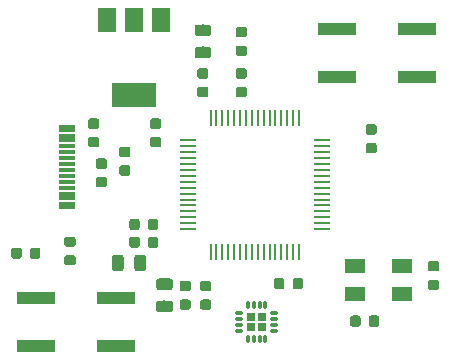
<source format=gbr>
G04 #@! TF.GenerationSoftware,KiCad,Pcbnew,(5.1.2-1)-1*
G04 #@! TF.CreationDate,2020-06-07T21:53:54+02:00*
G04 #@! TF.ProjectId,TeensyTest,5465656e-7379-4546-9573-742e6b696361,rev?*
G04 #@! TF.SameCoordinates,Original*
G04 #@! TF.FileFunction,Paste,Top*
G04 #@! TF.FilePolarity,Positive*
%FSLAX46Y46*%
G04 Gerber Fmt 4.6, Leading zero omitted, Abs format (unit mm)*
G04 Created by KiCad (PCBNEW (5.1.2-1)-1) date 2020-06-07 21:53:54*
%MOMM*%
%LPD*%
G04 APERTURE LIST*
%ADD10R,1.450000X0.300000*%
%ADD11R,0.228600X1.346200*%
%ADD12R,1.346200X0.228600*%
%ADD13C,0.100000*%
%ADD14C,0.875000*%
%ADD15R,1.800000X1.200000*%
%ADD16R,0.730000X0.730000*%
%ADD17O,0.300000X0.750000*%
%ADD18O,0.750000X0.300000*%
%ADD19R,1.500000X2.000000*%
%ADD20R,3.800000X2.000000*%
%ADD21R,3.200000X1.000000*%
%ADD22C,0.975000*%
G04 APERTURE END LIST*
D10*
X22600000Y-49100000D03*
X22600000Y-49900000D03*
X22600000Y-50750000D03*
X22600000Y-49400000D03*
X22600000Y-50200000D03*
X22600000Y-51250000D03*
X22600000Y-54250000D03*
X22600000Y-55100000D03*
X22600000Y-55900000D03*
X22600000Y-55600000D03*
X22600000Y-54800000D03*
X22600000Y-53750000D03*
X22600000Y-53250000D03*
X22600000Y-52750000D03*
X22600000Y-52250000D03*
X22600000Y-51750000D03*
D11*
X34750000Y-48323100D03*
X35249999Y-48323100D03*
X35750000Y-48323100D03*
X36249999Y-48323100D03*
X36750001Y-48323100D03*
X37250000Y-48323100D03*
X37749999Y-48323100D03*
X38250000Y-48323100D03*
X38750000Y-48323100D03*
X39250001Y-48323100D03*
X39750000Y-48323100D03*
X40249999Y-48323100D03*
X40750001Y-48323100D03*
X41250000Y-48323100D03*
X41750001Y-48323100D03*
X42250000Y-48323100D03*
D12*
X44176900Y-50250000D03*
X44176900Y-50749999D03*
X44176900Y-51250000D03*
X44176900Y-51749999D03*
X44176900Y-52250001D03*
X44176900Y-52750000D03*
X44176900Y-53249999D03*
X44176900Y-53750000D03*
X44176900Y-54250000D03*
X44176900Y-54750001D03*
X44176900Y-55250000D03*
X44176900Y-55749999D03*
X44176900Y-56250001D03*
X44176900Y-56750000D03*
X44176900Y-57250001D03*
X44176900Y-57750000D03*
D11*
X42250000Y-59676900D03*
X41750001Y-59676900D03*
X41250000Y-59676900D03*
X40750001Y-59676900D03*
X40249999Y-59676900D03*
X39750000Y-59676900D03*
X39250001Y-59676900D03*
X38750000Y-59676900D03*
X38250000Y-59676900D03*
X37749999Y-59676900D03*
X37250000Y-59676900D03*
X36750001Y-59676900D03*
X36249999Y-59676900D03*
X35750000Y-59676900D03*
X35249999Y-59676900D03*
X34750000Y-59676900D03*
D12*
X32823100Y-57750000D03*
X32823100Y-57250001D03*
X32823100Y-56750000D03*
X32823100Y-56250001D03*
X32823100Y-55749999D03*
X32823100Y-55250000D03*
X32823100Y-54750001D03*
X32823100Y-54250000D03*
X32823100Y-53750000D03*
X32823100Y-53249999D03*
X32823100Y-52750000D03*
X32823100Y-52250001D03*
X32823100Y-51749999D03*
X32823100Y-51250000D03*
X32823100Y-50749999D03*
X32823100Y-50250000D03*
D13*
G36*
X53907691Y-62031053D02*
G01*
X53928926Y-62034203D01*
X53949750Y-62039419D01*
X53969962Y-62046651D01*
X53989368Y-62055830D01*
X54007781Y-62066866D01*
X54025024Y-62079654D01*
X54040930Y-62094070D01*
X54055346Y-62109976D01*
X54068134Y-62127219D01*
X54079170Y-62145632D01*
X54088349Y-62165038D01*
X54095581Y-62185250D01*
X54100797Y-62206074D01*
X54103947Y-62227309D01*
X54105000Y-62248750D01*
X54105000Y-62686250D01*
X54103947Y-62707691D01*
X54100797Y-62728926D01*
X54095581Y-62749750D01*
X54088349Y-62769962D01*
X54079170Y-62789368D01*
X54068134Y-62807781D01*
X54055346Y-62825024D01*
X54040930Y-62840930D01*
X54025024Y-62855346D01*
X54007781Y-62868134D01*
X53989368Y-62879170D01*
X53969962Y-62888349D01*
X53949750Y-62895581D01*
X53928926Y-62900797D01*
X53907691Y-62903947D01*
X53886250Y-62905000D01*
X53373750Y-62905000D01*
X53352309Y-62903947D01*
X53331074Y-62900797D01*
X53310250Y-62895581D01*
X53290038Y-62888349D01*
X53270632Y-62879170D01*
X53252219Y-62868134D01*
X53234976Y-62855346D01*
X53219070Y-62840930D01*
X53204654Y-62825024D01*
X53191866Y-62807781D01*
X53180830Y-62789368D01*
X53171651Y-62769962D01*
X53164419Y-62749750D01*
X53159203Y-62728926D01*
X53156053Y-62707691D01*
X53155000Y-62686250D01*
X53155000Y-62248750D01*
X53156053Y-62227309D01*
X53159203Y-62206074D01*
X53164419Y-62185250D01*
X53171651Y-62165038D01*
X53180830Y-62145632D01*
X53191866Y-62127219D01*
X53204654Y-62109976D01*
X53219070Y-62094070D01*
X53234976Y-62079654D01*
X53252219Y-62066866D01*
X53270632Y-62055830D01*
X53290038Y-62046651D01*
X53310250Y-62039419D01*
X53331074Y-62034203D01*
X53352309Y-62031053D01*
X53373750Y-62030000D01*
X53886250Y-62030000D01*
X53907691Y-62031053D01*
X53907691Y-62031053D01*
G37*
D14*
X53630000Y-62467500D03*
D13*
G36*
X53907691Y-60456053D02*
G01*
X53928926Y-60459203D01*
X53949750Y-60464419D01*
X53969962Y-60471651D01*
X53989368Y-60480830D01*
X54007781Y-60491866D01*
X54025024Y-60504654D01*
X54040930Y-60519070D01*
X54055346Y-60534976D01*
X54068134Y-60552219D01*
X54079170Y-60570632D01*
X54088349Y-60590038D01*
X54095581Y-60610250D01*
X54100797Y-60631074D01*
X54103947Y-60652309D01*
X54105000Y-60673750D01*
X54105000Y-61111250D01*
X54103947Y-61132691D01*
X54100797Y-61153926D01*
X54095581Y-61174750D01*
X54088349Y-61194962D01*
X54079170Y-61214368D01*
X54068134Y-61232781D01*
X54055346Y-61250024D01*
X54040930Y-61265930D01*
X54025024Y-61280346D01*
X54007781Y-61293134D01*
X53989368Y-61304170D01*
X53969962Y-61313349D01*
X53949750Y-61320581D01*
X53928926Y-61325797D01*
X53907691Y-61328947D01*
X53886250Y-61330000D01*
X53373750Y-61330000D01*
X53352309Y-61328947D01*
X53331074Y-61325797D01*
X53310250Y-61320581D01*
X53290038Y-61313349D01*
X53270632Y-61304170D01*
X53252219Y-61293134D01*
X53234976Y-61280346D01*
X53219070Y-61265930D01*
X53204654Y-61250024D01*
X53191866Y-61232781D01*
X53180830Y-61214368D01*
X53171651Y-61194962D01*
X53164419Y-61174750D01*
X53159203Y-61153926D01*
X53156053Y-61132691D01*
X53155000Y-61111250D01*
X53155000Y-60673750D01*
X53156053Y-60652309D01*
X53159203Y-60631074D01*
X53164419Y-60610250D01*
X53171651Y-60590038D01*
X53180830Y-60570632D01*
X53191866Y-60552219D01*
X53204654Y-60534976D01*
X53219070Y-60519070D01*
X53234976Y-60504654D01*
X53252219Y-60491866D01*
X53270632Y-60480830D01*
X53290038Y-60471651D01*
X53310250Y-60464419D01*
X53331074Y-60459203D01*
X53352309Y-60456053D01*
X53373750Y-60455000D01*
X53886250Y-60455000D01*
X53907691Y-60456053D01*
X53907691Y-60456053D01*
G37*
D14*
X53630000Y-60892500D03*
D13*
G36*
X48827691Y-65066053D02*
G01*
X48848926Y-65069203D01*
X48869750Y-65074419D01*
X48889962Y-65081651D01*
X48909368Y-65090830D01*
X48927781Y-65101866D01*
X48945024Y-65114654D01*
X48960930Y-65129070D01*
X48975346Y-65144976D01*
X48988134Y-65162219D01*
X48999170Y-65180632D01*
X49008349Y-65200038D01*
X49015581Y-65220250D01*
X49020797Y-65241074D01*
X49023947Y-65262309D01*
X49025000Y-65283750D01*
X49025000Y-65796250D01*
X49023947Y-65817691D01*
X49020797Y-65838926D01*
X49015581Y-65859750D01*
X49008349Y-65879962D01*
X48999170Y-65899368D01*
X48988134Y-65917781D01*
X48975346Y-65935024D01*
X48960930Y-65950930D01*
X48945024Y-65965346D01*
X48927781Y-65978134D01*
X48909368Y-65989170D01*
X48889962Y-65998349D01*
X48869750Y-66005581D01*
X48848926Y-66010797D01*
X48827691Y-66013947D01*
X48806250Y-66015000D01*
X48368750Y-66015000D01*
X48347309Y-66013947D01*
X48326074Y-66010797D01*
X48305250Y-66005581D01*
X48285038Y-65998349D01*
X48265632Y-65989170D01*
X48247219Y-65978134D01*
X48229976Y-65965346D01*
X48214070Y-65950930D01*
X48199654Y-65935024D01*
X48186866Y-65917781D01*
X48175830Y-65899368D01*
X48166651Y-65879962D01*
X48159419Y-65859750D01*
X48154203Y-65838926D01*
X48151053Y-65817691D01*
X48150000Y-65796250D01*
X48150000Y-65283750D01*
X48151053Y-65262309D01*
X48154203Y-65241074D01*
X48159419Y-65220250D01*
X48166651Y-65200038D01*
X48175830Y-65180632D01*
X48186866Y-65162219D01*
X48199654Y-65144976D01*
X48214070Y-65129070D01*
X48229976Y-65114654D01*
X48247219Y-65101866D01*
X48265632Y-65090830D01*
X48285038Y-65081651D01*
X48305250Y-65074419D01*
X48326074Y-65069203D01*
X48347309Y-65066053D01*
X48368750Y-65065000D01*
X48806250Y-65065000D01*
X48827691Y-65066053D01*
X48827691Y-65066053D01*
G37*
D14*
X48587500Y-65540000D03*
D13*
G36*
X47252691Y-65066053D02*
G01*
X47273926Y-65069203D01*
X47294750Y-65074419D01*
X47314962Y-65081651D01*
X47334368Y-65090830D01*
X47352781Y-65101866D01*
X47370024Y-65114654D01*
X47385930Y-65129070D01*
X47400346Y-65144976D01*
X47413134Y-65162219D01*
X47424170Y-65180632D01*
X47433349Y-65200038D01*
X47440581Y-65220250D01*
X47445797Y-65241074D01*
X47448947Y-65262309D01*
X47450000Y-65283750D01*
X47450000Y-65796250D01*
X47448947Y-65817691D01*
X47445797Y-65838926D01*
X47440581Y-65859750D01*
X47433349Y-65879962D01*
X47424170Y-65899368D01*
X47413134Y-65917781D01*
X47400346Y-65935024D01*
X47385930Y-65950930D01*
X47370024Y-65965346D01*
X47352781Y-65978134D01*
X47334368Y-65989170D01*
X47314962Y-65998349D01*
X47294750Y-66005581D01*
X47273926Y-66010797D01*
X47252691Y-66013947D01*
X47231250Y-66015000D01*
X46793750Y-66015000D01*
X46772309Y-66013947D01*
X46751074Y-66010797D01*
X46730250Y-66005581D01*
X46710038Y-65998349D01*
X46690632Y-65989170D01*
X46672219Y-65978134D01*
X46654976Y-65965346D01*
X46639070Y-65950930D01*
X46624654Y-65935024D01*
X46611866Y-65917781D01*
X46600830Y-65899368D01*
X46591651Y-65879962D01*
X46584419Y-65859750D01*
X46579203Y-65838926D01*
X46576053Y-65817691D01*
X46575000Y-65796250D01*
X46575000Y-65283750D01*
X46576053Y-65262309D01*
X46579203Y-65241074D01*
X46584419Y-65220250D01*
X46591651Y-65200038D01*
X46600830Y-65180632D01*
X46611866Y-65162219D01*
X46624654Y-65144976D01*
X46639070Y-65129070D01*
X46654976Y-65114654D01*
X46672219Y-65101866D01*
X46690632Y-65090830D01*
X46710038Y-65081651D01*
X46730250Y-65074419D01*
X46751074Y-65069203D01*
X46772309Y-65066053D01*
X46793750Y-65065000D01*
X47231250Y-65065000D01*
X47252691Y-65066053D01*
X47252691Y-65066053D01*
G37*
D14*
X47012500Y-65540000D03*
D15*
X46990000Y-60880000D03*
X50990000Y-60880000D03*
X50990000Y-63280000D03*
X46990000Y-63280000D03*
D16*
X39100000Y-66070000D03*
X38200000Y-66070000D03*
X38200000Y-65170000D03*
X39100000Y-65170000D03*
D17*
X39400000Y-67095000D03*
X38900000Y-67095000D03*
X38400000Y-67095000D03*
X37900000Y-67095000D03*
D18*
X37175000Y-66370000D03*
X37175000Y-65870000D03*
X37175000Y-65370000D03*
X37175000Y-64870000D03*
D17*
X37900000Y-64145000D03*
X38400000Y-64145000D03*
X38900000Y-64145000D03*
X39400000Y-64145000D03*
D18*
X40125000Y-64870000D03*
X40125000Y-65370000D03*
X40125000Y-65870000D03*
X40125000Y-66370000D03*
D19*
X30600000Y-40080000D03*
X26000000Y-40080000D03*
X28300000Y-40080000D03*
D20*
X28300000Y-46380000D03*
D21*
X19950000Y-63610000D03*
X26750000Y-63610000D03*
X26750000Y-67610000D03*
X19950000Y-67610000D03*
X45430000Y-40840000D03*
X52230000Y-40840000D03*
X52230000Y-44840000D03*
X45430000Y-44840000D03*
D13*
G36*
X37627691Y-40636053D02*
G01*
X37648926Y-40639203D01*
X37669750Y-40644419D01*
X37689962Y-40651651D01*
X37709368Y-40660830D01*
X37727781Y-40671866D01*
X37745024Y-40684654D01*
X37760930Y-40699070D01*
X37775346Y-40714976D01*
X37788134Y-40732219D01*
X37799170Y-40750632D01*
X37808349Y-40770038D01*
X37815581Y-40790250D01*
X37820797Y-40811074D01*
X37823947Y-40832309D01*
X37825000Y-40853750D01*
X37825000Y-41291250D01*
X37823947Y-41312691D01*
X37820797Y-41333926D01*
X37815581Y-41354750D01*
X37808349Y-41374962D01*
X37799170Y-41394368D01*
X37788134Y-41412781D01*
X37775346Y-41430024D01*
X37760930Y-41445930D01*
X37745024Y-41460346D01*
X37727781Y-41473134D01*
X37709368Y-41484170D01*
X37689962Y-41493349D01*
X37669750Y-41500581D01*
X37648926Y-41505797D01*
X37627691Y-41508947D01*
X37606250Y-41510000D01*
X37093750Y-41510000D01*
X37072309Y-41508947D01*
X37051074Y-41505797D01*
X37030250Y-41500581D01*
X37010038Y-41493349D01*
X36990632Y-41484170D01*
X36972219Y-41473134D01*
X36954976Y-41460346D01*
X36939070Y-41445930D01*
X36924654Y-41430024D01*
X36911866Y-41412781D01*
X36900830Y-41394368D01*
X36891651Y-41374962D01*
X36884419Y-41354750D01*
X36879203Y-41333926D01*
X36876053Y-41312691D01*
X36875000Y-41291250D01*
X36875000Y-40853750D01*
X36876053Y-40832309D01*
X36879203Y-40811074D01*
X36884419Y-40790250D01*
X36891651Y-40770038D01*
X36900830Y-40750632D01*
X36911866Y-40732219D01*
X36924654Y-40714976D01*
X36939070Y-40699070D01*
X36954976Y-40684654D01*
X36972219Y-40671866D01*
X36990632Y-40660830D01*
X37010038Y-40651651D01*
X37030250Y-40644419D01*
X37051074Y-40639203D01*
X37072309Y-40636053D01*
X37093750Y-40635000D01*
X37606250Y-40635000D01*
X37627691Y-40636053D01*
X37627691Y-40636053D01*
G37*
D14*
X37350000Y-41072500D03*
D13*
G36*
X37627691Y-42211053D02*
G01*
X37648926Y-42214203D01*
X37669750Y-42219419D01*
X37689962Y-42226651D01*
X37709368Y-42235830D01*
X37727781Y-42246866D01*
X37745024Y-42259654D01*
X37760930Y-42274070D01*
X37775346Y-42289976D01*
X37788134Y-42307219D01*
X37799170Y-42325632D01*
X37808349Y-42345038D01*
X37815581Y-42365250D01*
X37820797Y-42386074D01*
X37823947Y-42407309D01*
X37825000Y-42428750D01*
X37825000Y-42866250D01*
X37823947Y-42887691D01*
X37820797Y-42908926D01*
X37815581Y-42929750D01*
X37808349Y-42949962D01*
X37799170Y-42969368D01*
X37788134Y-42987781D01*
X37775346Y-43005024D01*
X37760930Y-43020930D01*
X37745024Y-43035346D01*
X37727781Y-43048134D01*
X37709368Y-43059170D01*
X37689962Y-43068349D01*
X37669750Y-43075581D01*
X37648926Y-43080797D01*
X37627691Y-43083947D01*
X37606250Y-43085000D01*
X37093750Y-43085000D01*
X37072309Y-43083947D01*
X37051074Y-43080797D01*
X37030250Y-43075581D01*
X37010038Y-43068349D01*
X36990632Y-43059170D01*
X36972219Y-43048134D01*
X36954976Y-43035346D01*
X36939070Y-43020930D01*
X36924654Y-43005024D01*
X36911866Y-42987781D01*
X36900830Y-42969368D01*
X36891651Y-42949962D01*
X36884419Y-42929750D01*
X36879203Y-42908926D01*
X36876053Y-42887691D01*
X36875000Y-42866250D01*
X36875000Y-42428750D01*
X36876053Y-42407309D01*
X36879203Y-42386074D01*
X36884419Y-42365250D01*
X36891651Y-42345038D01*
X36900830Y-42325632D01*
X36911866Y-42307219D01*
X36924654Y-42289976D01*
X36939070Y-42274070D01*
X36954976Y-42259654D01*
X36972219Y-42246866D01*
X36990632Y-42235830D01*
X37010038Y-42226651D01*
X37030250Y-42219419D01*
X37051074Y-42214203D01*
X37072309Y-42211053D01*
X37093750Y-42210000D01*
X37606250Y-42210000D01*
X37627691Y-42211053D01*
X37627691Y-42211053D01*
G37*
D14*
X37350000Y-42647500D03*
D13*
G36*
X18562691Y-59316053D02*
G01*
X18583926Y-59319203D01*
X18604750Y-59324419D01*
X18624962Y-59331651D01*
X18644368Y-59340830D01*
X18662781Y-59351866D01*
X18680024Y-59364654D01*
X18695930Y-59379070D01*
X18710346Y-59394976D01*
X18723134Y-59412219D01*
X18734170Y-59430632D01*
X18743349Y-59450038D01*
X18750581Y-59470250D01*
X18755797Y-59491074D01*
X18758947Y-59512309D01*
X18760000Y-59533750D01*
X18760000Y-60046250D01*
X18758947Y-60067691D01*
X18755797Y-60088926D01*
X18750581Y-60109750D01*
X18743349Y-60129962D01*
X18734170Y-60149368D01*
X18723134Y-60167781D01*
X18710346Y-60185024D01*
X18695930Y-60200930D01*
X18680024Y-60215346D01*
X18662781Y-60228134D01*
X18644368Y-60239170D01*
X18624962Y-60248349D01*
X18604750Y-60255581D01*
X18583926Y-60260797D01*
X18562691Y-60263947D01*
X18541250Y-60265000D01*
X18103750Y-60265000D01*
X18082309Y-60263947D01*
X18061074Y-60260797D01*
X18040250Y-60255581D01*
X18020038Y-60248349D01*
X18000632Y-60239170D01*
X17982219Y-60228134D01*
X17964976Y-60215346D01*
X17949070Y-60200930D01*
X17934654Y-60185024D01*
X17921866Y-60167781D01*
X17910830Y-60149368D01*
X17901651Y-60129962D01*
X17894419Y-60109750D01*
X17889203Y-60088926D01*
X17886053Y-60067691D01*
X17885000Y-60046250D01*
X17885000Y-59533750D01*
X17886053Y-59512309D01*
X17889203Y-59491074D01*
X17894419Y-59470250D01*
X17901651Y-59450038D01*
X17910830Y-59430632D01*
X17921866Y-59412219D01*
X17934654Y-59394976D01*
X17949070Y-59379070D01*
X17964976Y-59364654D01*
X17982219Y-59351866D01*
X18000632Y-59340830D01*
X18020038Y-59331651D01*
X18040250Y-59324419D01*
X18061074Y-59319203D01*
X18082309Y-59316053D01*
X18103750Y-59315000D01*
X18541250Y-59315000D01*
X18562691Y-59316053D01*
X18562691Y-59316053D01*
G37*
D14*
X18322500Y-59790000D03*
D13*
G36*
X20137691Y-59316053D02*
G01*
X20158926Y-59319203D01*
X20179750Y-59324419D01*
X20199962Y-59331651D01*
X20219368Y-59340830D01*
X20237781Y-59351866D01*
X20255024Y-59364654D01*
X20270930Y-59379070D01*
X20285346Y-59394976D01*
X20298134Y-59412219D01*
X20309170Y-59430632D01*
X20318349Y-59450038D01*
X20325581Y-59470250D01*
X20330797Y-59491074D01*
X20333947Y-59512309D01*
X20335000Y-59533750D01*
X20335000Y-60046250D01*
X20333947Y-60067691D01*
X20330797Y-60088926D01*
X20325581Y-60109750D01*
X20318349Y-60129962D01*
X20309170Y-60149368D01*
X20298134Y-60167781D01*
X20285346Y-60185024D01*
X20270930Y-60200930D01*
X20255024Y-60215346D01*
X20237781Y-60228134D01*
X20219368Y-60239170D01*
X20199962Y-60248349D01*
X20179750Y-60255581D01*
X20158926Y-60260797D01*
X20137691Y-60263947D01*
X20116250Y-60265000D01*
X19678750Y-60265000D01*
X19657309Y-60263947D01*
X19636074Y-60260797D01*
X19615250Y-60255581D01*
X19595038Y-60248349D01*
X19575632Y-60239170D01*
X19557219Y-60228134D01*
X19539976Y-60215346D01*
X19524070Y-60200930D01*
X19509654Y-60185024D01*
X19496866Y-60167781D01*
X19485830Y-60149368D01*
X19476651Y-60129962D01*
X19469419Y-60109750D01*
X19464203Y-60088926D01*
X19461053Y-60067691D01*
X19460000Y-60046250D01*
X19460000Y-59533750D01*
X19461053Y-59512309D01*
X19464203Y-59491074D01*
X19469419Y-59470250D01*
X19476651Y-59450038D01*
X19485830Y-59430632D01*
X19496866Y-59412219D01*
X19509654Y-59394976D01*
X19524070Y-59379070D01*
X19539976Y-59364654D01*
X19557219Y-59351866D01*
X19575632Y-59340830D01*
X19595038Y-59331651D01*
X19615250Y-59324419D01*
X19636074Y-59319203D01*
X19657309Y-59316053D01*
X19678750Y-59315000D01*
X20116250Y-59315000D01*
X20137691Y-59316053D01*
X20137691Y-59316053D01*
G37*
D14*
X19897500Y-59790000D03*
D13*
G36*
X28552691Y-56886053D02*
G01*
X28573926Y-56889203D01*
X28594750Y-56894419D01*
X28614962Y-56901651D01*
X28634368Y-56910830D01*
X28652781Y-56921866D01*
X28670024Y-56934654D01*
X28685930Y-56949070D01*
X28700346Y-56964976D01*
X28713134Y-56982219D01*
X28724170Y-57000632D01*
X28733349Y-57020038D01*
X28740581Y-57040250D01*
X28745797Y-57061074D01*
X28748947Y-57082309D01*
X28750000Y-57103750D01*
X28750000Y-57616250D01*
X28748947Y-57637691D01*
X28745797Y-57658926D01*
X28740581Y-57679750D01*
X28733349Y-57699962D01*
X28724170Y-57719368D01*
X28713134Y-57737781D01*
X28700346Y-57755024D01*
X28685930Y-57770930D01*
X28670024Y-57785346D01*
X28652781Y-57798134D01*
X28634368Y-57809170D01*
X28614962Y-57818349D01*
X28594750Y-57825581D01*
X28573926Y-57830797D01*
X28552691Y-57833947D01*
X28531250Y-57835000D01*
X28093750Y-57835000D01*
X28072309Y-57833947D01*
X28051074Y-57830797D01*
X28030250Y-57825581D01*
X28010038Y-57818349D01*
X27990632Y-57809170D01*
X27972219Y-57798134D01*
X27954976Y-57785346D01*
X27939070Y-57770930D01*
X27924654Y-57755024D01*
X27911866Y-57737781D01*
X27900830Y-57719368D01*
X27891651Y-57699962D01*
X27884419Y-57679750D01*
X27879203Y-57658926D01*
X27876053Y-57637691D01*
X27875000Y-57616250D01*
X27875000Y-57103750D01*
X27876053Y-57082309D01*
X27879203Y-57061074D01*
X27884419Y-57040250D01*
X27891651Y-57020038D01*
X27900830Y-57000632D01*
X27911866Y-56982219D01*
X27924654Y-56964976D01*
X27939070Y-56949070D01*
X27954976Y-56934654D01*
X27972219Y-56921866D01*
X27990632Y-56910830D01*
X28010038Y-56901651D01*
X28030250Y-56894419D01*
X28051074Y-56889203D01*
X28072309Y-56886053D01*
X28093750Y-56885000D01*
X28531250Y-56885000D01*
X28552691Y-56886053D01*
X28552691Y-56886053D01*
G37*
D14*
X28312500Y-57360000D03*
D13*
G36*
X30127691Y-56886053D02*
G01*
X30148926Y-56889203D01*
X30169750Y-56894419D01*
X30189962Y-56901651D01*
X30209368Y-56910830D01*
X30227781Y-56921866D01*
X30245024Y-56934654D01*
X30260930Y-56949070D01*
X30275346Y-56964976D01*
X30288134Y-56982219D01*
X30299170Y-57000632D01*
X30308349Y-57020038D01*
X30315581Y-57040250D01*
X30320797Y-57061074D01*
X30323947Y-57082309D01*
X30325000Y-57103750D01*
X30325000Y-57616250D01*
X30323947Y-57637691D01*
X30320797Y-57658926D01*
X30315581Y-57679750D01*
X30308349Y-57699962D01*
X30299170Y-57719368D01*
X30288134Y-57737781D01*
X30275346Y-57755024D01*
X30260930Y-57770930D01*
X30245024Y-57785346D01*
X30227781Y-57798134D01*
X30209368Y-57809170D01*
X30189962Y-57818349D01*
X30169750Y-57825581D01*
X30148926Y-57830797D01*
X30127691Y-57833947D01*
X30106250Y-57835000D01*
X29668750Y-57835000D01*
X29647309Y-57833947D01*
X29626074Y-57830797D01*
X29605250Y-57825581D01*
X29585038Y-57818349D01*
X29565632Y-57809170D01*
X29547219Y-57798134D01*
X29529976Y-57785346D01*
X29514070Y-57770930D01*
X29499654Y-57755024D01*
X29486866Y-57737781D01*
X29475830Y-57719368D01*
X29466651Y-57699962D01*
X29459419Y-57679750D01*
X29454203Y-57658926D01*
X29451053Y-57637691D01*
X29450000Y-57616250D01*
X29450000Y-57103750D01*
X29451053Y-57082309D01*
X29454203Y-57061074D01*
X29459419Y-57040250D01*
X29466651Y-57020038D01*
X29475830Y-57000632D01*
X29486866Y-56982219D01*
X29499654Y-56964976D01*
X29514070Y-56949070D01*
X29529976Y-56934654D01*
X29547219Y-56921866D01*
X29565632Y-56910830D01*
X29585038Y-56901651D01*
X29605250Y-56894419D01*
X29626074Y-56889203D01*
X29647309Y-56886053D01*
X29668750Y-56885000D01*
X30106250Y-56885000D01*
X30127691Y-56886053D01*
X30127691Y-56886053D01*
G37*
D14*
X29887500Y-57360000D03*
D13*
G36*
X25777691Y-51776053D02*
G01*
X25798926Y-51779203D01*
X25819750Y-51784419D01*
X25839962Y-51791651D01*
X25859368Y-51800830D01*
X25877781Y-51811866D01*
X25895024Y-51824654D01*
X25910930Y-51839070D01*
X25925346Y-51854976D01*
X25938134Y-51872219D01*
X25949170Y-51890632D01*
X25958349Y-51910038D01*
X25965581Y-51930250D01*
X25970797Y-51951074D01*
X25973947Y-51972309D01*
X25975000Y-51993750D01*
X25975000Y-52431250D01*
X25973947Y-52452691D01*
X25970797Y-52473926D01*
X25965581Y-52494750D01*
X25958349Y-52514962D01*
X25949170Y-52534368D01*
X25938134Y-52552781D01*
X25925346Y-52570024D01*
X25910930Y-52585930D01*
X25895024Y-52600346D01*
X25877781Y-52613134D01*
X25859368Y-52624170D01*
X25839962Y-52633349D01*
X25819750Y-52640581D01*
X25798926Y-52645797D01*
X25777691Y-52648947D01*
X25756250Y-52650000D01*
X25243750Y-52650000D01*
X25222309Y-52648947D01*
X25201074Y-52645797D01*
X25180250Y-52640581D01*
X25160038Y-52633349D01*
X25140632Y-52624170D01*
X25122219Y-52613134D01*
X25104976Y-52600346D01*
X25089070Y-52585930D01*
X25074654Y-52570024D01*
X25061866Y-52552781D01*
X25050830Y-52534368D01*
X25041651Y-52514962D01*
X25034419Y-52494750D01*
X25029203Y-52473926D01*
X25026053Y-52452691D01*
X25025000Y-52431250D01*
X25025000Y-51993750D01*
X25026053Y-51972309D01*
X25029203Y-51951074D01*
X25034419Y-51930250D01*
X25041651Y-51910038D01*
X25050830Y-51890632D01*
X25061866Y-51872219D01*
X25074654Y-51854976D01*
X25089070Y-51839070D01*
X25104976Y-51824654D01*
X25122219Y-51811866D01*
X25140632Y-51800830D01*
X25160038Y-51791651D01*
X25180250Y-51784419D01*
X25201074Y-51779203D01*
X25222309Y-51776053D01*
X25243750Y-51775000D01*
X25756250Y-51775000D01*
X25777691Y-51776053D01*
X25777691Y-51776053D01*
G37*
D14*
X25500000Y-52212500D03*
D13*
G36*
X25777691Y-53351053D02*
G01*
X25798926Y-53354203D01*
X25819750Y-53359419D01*
X25839962Y-53366651D01*
X25859368Y-53375830D01*
X25877781Y-53386866D01*
X25895024Y-53399654D01*
X25910930Y-53414070D01*
X25925346Y-53429976D01*
X25938134Y-53447219D01*
X25949170Y-53465632D01*
X25958349Y-53485038D01*
X25965581Y-53505250D01*
X25970797Y-53526074D01*
X25973947Y-53547309D01*
X25975000Y-53568750D01*
X25975000Y-54006250D01*
X25973947Y-54027691D01*
X25970797Y-54048926D01*
X25965581Y-54069750D01*
X25958349Y-54089962D01*
X25949170Y-54109368D01*
X25938134Y-54127781D01*
X25925346Y-54145024D01*
X25910930Y-54160930D01*
X25895024Y-54175346D01*
X25877781Y-54188134D01*
X25859368Y-54199170D01*
X25839962Y-54208349D01*
X25819750Y-54215581D01*
X25798926Y-54220797D01*
X25777691Y-54223947D01*
X25756250Y-54225000D01*
X25243750Y-54225000D01*
X25222309Y-54223947D01*
X25201074Y-54220797D01*
X25180250Y-54215581D01*
X25160038Y-54208349D01*
X25140632Y-54199170D01*
X25122219Y-54188134D01*
X25104976Y-54175346D01*
X25089070Y-54160930D01*
X25074654Y-54145024D01*
X25061866Y-54127781D01*
X25050830Y-54109368D01*
X25041651Y-54089962D01*
X25034419Y-54069750D01*
X25029203Y-54048926D01*
X25026053Y-54027691D01*
X25025000Y-54006250D01*
X25025000Y-53568750D01*
X25026053Y-53547309D01*
X25029203Y-53526074D01*
X25034419Y-53505250D01*
X25041651Y-53485038D01*
X25050830Y-53465632D01*
X25061866Y-53447219D01*
X25074654Y-53429976D01*
X25089070Y-53414070D01*
X25104976Y-53399654D01*
X25122219Y-53386866D01*
X25140632Y-53375830D01*
X25160038Y-53366651D01*
X25180250Y-53359419D01*
X25201074Y-53354203D01*
X25222309Y-53351053D01*
X25243750Y-53350000D01*
X25756250Y-53350000D01*
X25777691Y-53351053D01*
X25777691Y-53351053D01*
G37*
D14*
X25500000Y-53787500D03*
D13*
G36*
X27777691Y-50776053D02*
G01*
X27798926Y-50779203D01*
X27819750Y-50784419D01*
X27839962Y-50791651D01*
X27859368Y-50800830D01*
X27877781Y-50811866D01*
X27895024Y-50824654D01*
X27910930Y-50839070D01*
X27925346Y-50854976D01*
X27938134Y-50872219D01*
X27949170Y-50890632D01*
X27958349Y-50910038D01*
X27965581Y-50930250D01*
X27970797Y-50951074D01*
X27973947Y-50972309D01*
X27975000Y-50993750D01*
X27975000Y-51431250D01*
X27973947Y-51452691D01*
X27970797Y-51473926D01*
X27965581Y-51494750D01*
X27958349Y-51514962D01*
X27949170Y-51534368D01*
X27938134Y-51552781D01*
X27925346Y-51570024D01*
X27910930Y-51585930D01*
X27895024Y-51600346D01*
X27877781Y-51613134D01*
X27859368Y-51624170D01*
X27839962Y-51633349D01*
X27819750Y-51640581D01*
X27798926Y-51645797D01*
X27777691Y-51648947D01*
X27756250Y-51650000D01*
X27243750Y-51650000D01*
X27222309Y-51648947D01*
X27201074Y-51645797D01*
X27180250Y-51640581D01*
X27160038Y-51633349D01*
X27140632Y-51624170D01*
X27122219Y-51613134D01*
X27104976Y-51600346D01*
X27089070Y-51585930D01*
X27074654Y-51570024D01*
X27061866Y-51552781D01*
X27050830Y-51534368D01*
X27041651Y-51514962D01*
X27034419Y-51494750D01*
X27029203Y-51473926D01*
X27026053Y-51452691D01*
X27025000Y-51431250D01*
X27025000Y-50993750D01*
X27026053Y-50972309D01*
X27029203Y-50951074D01*
X27034419Y-50930250D01*
X27041651Y-50910038D01*
X27050830Y-50890632D01*
X27061866Y-50872219D01*
X27074654Y-50854976D01*
X27089070Y-50839070D01*
X27104976Y-50824654D01*
X27122219Y-50811866D01*
X27140632Y-50800830D01*
X27160038Y-50791651D01*
X27180250Y-50784419D01*
X27201074Y-50779203D01*
X27222309Y-50776053D01*
X27243750Y-50775000D01*
X27756250Y-50775000D01*
X27777691Y-50776053D01*
X27777691Y-50776053D01*
G37*
D14*
X27500000Y-51212500D03*
D13*
G36*
X27777691Y-52351053D02*
G01*
X27798926Y-52354203D01*
X27819750Y-52359419D01*
X27839962Y-52366651D01*
X27859368Y-52375830D01*
X27877781Y-52386866D01*
X27895024Y-52399654D01*
X27910930Y-52414070D01*
X27925346Y-52429976D01*
X27938134Y-52447219D01*
X27949170Y-52465632D01*
X27958349Y-52485038D01*
X27965581Y-52505250D01*
X27970797Y-52526074D01*
X27973947Y-52547309D01*
X27975000Y-52568750D01*
X27975000Y-53006250D01*
X27973947Y-53027691D01*
X27970797Y-53048926D01*
X27965581Y-53069750D01*
X27958349Y-53089962D01*
X27949170Y-53109368D01*
X27938134Y-53127781D01*
X27925346Y-53145024D01*
X27910930Y-53160930D01*
X27895024Y-53175346D01*
X27877781Y-53188134D01*
X27859368Y-53199170D01*
X27839962Y-53208349D01*
X27819750Y-53215581D01*
X27798926Y-53220797D01*
X27777691Y-53223947D01*
X27756250Y-53225000D01*
X27243750Y-53225000D01*
X27222309Y-53223947D01*
X27201074Y-53220797D01*
X27180250Y-53215581D01*
X27160038Y-53208349D01*
X27140632Y-53199170D01*
X27122219Y-53188134D01*
X27104976Y-53175346D01*
X27089070Y-53160930D01*
X27074654Y-53145024D01*
X27061866Y-53127781D01*
X27050830Y-53109368D01*
X27041651Y-53089962D01*
X27034419Y-53069750D01*
X27029203Y-53048926D01*
X27026053Y-53027691D01*
X27025000Y-53006250D01*
X27025000Y-52568750D01*
X27026053Y-52547309D01*
X27029203Y-52526074D01*
X27034419Y-52505250D01*
X27041651Y-52485038D01*
X27050830Y-52465632D01*
X27061866Y-52447219D01*
X27074654Y-52429976D01*
X27089070Y-52414070D01*
X27104976Y-52399654D01*
X27122219Y-52386866D01*
X27140632Y-52375830D01*
X27160038Y-52366651D01*
X27180250Y-52359419D01*
X27201074Y-52354203D01*
X27222309Y-52351053D01*
X27243750Y-52350000D01*
X27756250Y-52350000D01*
X27777691Y-52351053D01*
X27777691Y-52351053D01*
G37*
D14*
X27500000Y-52787500D03*
D13*
G36*
X23127691Y-58386053D02*
G01*
X23148926Y-58389203D01*
X23169750Y-58394419D01*
X23189962Y-58401651D01*
X23209368Y-58410830D01*
X23227781Y-58421866D01*
X23245024Y-58434654D01*
X23260930Y-58449070D01*
X23275346Y-58464976D01*
X23288134Y-58482219D01*
X23299170Y-58500632D01*
X23308349Y-58520038D01*
X23315581Y-58540250D01*
X23320797Y-58561074D01*
X23323947Y-58582309D01*
X23325000Y-58603750D01*
X23325000Y-59041250D01*
X23323947Y-59062691D01*
X23320797Y-59083926D01*
X23315581Y-59104750D01*
X23308349Y-59124962D01*
X23299170Y-59144368D01*
X23288134Y-59162781D01*
X23275346Y-59180024D01*
X23260930Y-59195930D01*
X23245024Y-59210346D01*
X23227781Y-59223134D01*
X23209368Y-59234170D01*
X23189962Y-59243349D01*
X23169750Y-59250581D01*
X23148926Y-59255797D01*
X23127691Y-59258947D01*
X23106250Y-59260000D01*
X22593750Y-59260000D01*
X22572309Y-59258947D01*
X22551074Y-59255797D01*
X22530250Y-59250581D01*
X22510038Y-59243349D01*
X22490632Y-59234170D01*
X22472219Y-59223134D01*
X22454976Y-59210346D01*
X22439070Y-59195930D01*
X22424654Y-59180024D01*
X22411866Y-59162781D01*
X22400830Y-59144368D01*
X22391651Y-59124962D01*
X22384419Y-59104750D01*
X22379203Y-59083926D01*
X22376053Y-59062691D01*
X22375000Y-59041250D01*
X22375000Y-58603750D01*
X22376053Y-58582309D01*
X22379203Y-58561074D01*
X22384419Y-58540250D01*
X22391651Y-58520038D01*
X22400830Y-58500632D01*
X22411866Y-58482219D01*
X22424654Y-58464976D01*
X22439070Y-58449070D01*
X22454976Y-58434654D01*
X22472219Y-58421866D01*
X22490632Y-58410830D01*
X22510038Y-58401651D01*
X22530250Y-58394419D01*
X22551074Y-58389203D01*
X22572309Y-58386053D01*
X22593750Y-58385000D01*
X23106250Y-58385000D01*
X23127691Y-58386053D01*
X23127691Y-58386053D01*
G37*
D14*
X22850000Y-58822500D03*
D13*
G36*
X23127691Y-59961053D02*
G01*
X23148926Y-59964203D01*
X23169750Y-59969419D01*
X23189962Y-59976651D01*
X23209368Y-59985830D01*
X23227781Y-59996866D01*
X23245024Y-60009654D01*
X23260930Y-60024070D01*
X23275346Y-60039976D01*
X23288134Y-60057219D01*
X23299170Y-60075632D01*
X23308349Y-60095038D01*
X23315581Y-60115250D01*
X23320797Y-60136074D01*
X23323947Y-60157309D01*
X23325000Y-60178750D01*
X23325000Y-60616250D01*
X23323947Y-60637691D01*
X23320797Y-60658926D01*
X23315581Y-60679750D01*
X23308349Y-60699962D01*
X23299170Y-60719368D01*
X23288134Y-60737781D01*
X23275346Y-60755024D01*
X23260930Y-60770930D01*
X23245024Y-60785346D01*
X23227781Y-60798134D01*
X23209368Y-60809170D01*
X23189962Y-60818349D01*
X23169750Y-60825581D01*
X23148926Y-60830797D01*
X23127691Y-60833947D01*
X23106250Y-60835000D01*
X22593750Y-60835000D01*
X22572309Y-60833947D01*
X22551074Y-60830797D01*
X22530250Y-60825581D01*
X22510038Y-60818349D01*
X22490632Y-60809170D01*
X22472219Y-60798134D01*
X22454976Y-60785346D01*
X22439070Y-60770930D01*
X22424654Y-60755024D01*
X22411866Y-60737781D01*
X22400830Y-60719368D01*
X22391651Y-60699962D01*
X22384419Y-60679750D01*
X22379203Y-60658926D01*
X22376053Y-60637691D01*
X22375000Y-60616250D01*
X22375000Y-60178750D01*
X22376053Y-60157309D01*
X22379203Y-60136074D01*
X22384419Y-60115250D01*
X22391651Y-60095038D01*
X22400830Y-60075632D01*
X22411866Y-60057219D01*
X22424654Y-60039976D01*
X22439070Y-60024070D01*
X22454976Y-60009654D01*
X22472219Y-59996866D01*
X22490632Y-59985830D01*
X22510038Y-59976651D01*
X22530250Y-59969419D01*
X22551074Y-59964203D01*
X22572309Y-59961053D01*
X22593750Y-59960000D01*
X23106250Y-59960000D01*
X23127691Y-59961053D01*
X23127691Y-59961053D01*
G37*
D14*
X22850000Y-60397500D03*
D13*
G36*
X25127691Y-49961053D02*
G01*
X25148926Y-49964203D01*
X25169750Y-49969419D01*
X25189962Y-49976651D01*
X25209368Y-49985830D01*
X25227781Y-49996866D01*
X25245024Y-50009654D01*
X25260930Y-50024070D01*
X25275346Y-50039976D01*
X25288134Y-50057219D01*
X25299170Y-50075632D01*
X25308349Y-50095038D01*
X25315581Y-50115250D01*
X25320797Y-50136074D01*
X25323947Y-50157309D01*
X25325000Y-50178750D01*
X25325000Y-50616250D01*
X25323947Y-50637691D01*
X25320797Y-50658926D01*
X25315581Y-50679750D01*
X25308349Y-50699962D01*
X25299170Y-50719368D01*
X25288134Y-50737781D01*
X25275346Y-50755024D01*
X25260930Y-50770930D01*
X25245024Y-50785346D01*
X25227781Y-50798134D01*
X25209368Y-50809170D01*
X25189962Y-50818349D01*
X25169750Y-50825581D01*
X25148926Y-50830797D01*
X25127691Y-50833947D01*
X25106250Y-50835000D01*
X24593750Y-50835000D01*
X24572309Y-50833947D01*
X24551074Y-50830797D01*
X24530250Y-50825581D01*
X24510038Y-50818349D01*
X24490632Y-50809170D01*
X24472219Y-50798134D01*
X24454976Y-50785346D01*
X24439070Y-50770930D01*
X24424654Y-50755024D01*
X24411866Y-50737781D01*
X24400830Y-50719368D01*
X24391651Y-50699962D01*
X24384419Y-50679750D01*
X24379203Y-50658926D01*
X24376053Y-50637691D01*
X24375000Y-50616250D01*
X24375000Y-50178750D01*
X24376053Y-50157309D01*
X24379203Y-50136074D01*
X24384419Y-50115250D01*
X24391651Y-50095038D01*
X24400830Y-50075632D01*
X24411866Y-50057219D01*
X24424654Y-50039976D01*
X24439070Y-50024070D01*
X24454976Y-50009654D01*
X24472219Y-49996866D01*
X24490632Y-49985830D01*
X24510038Y-49976651D01*
X24530250Y-49969419D01*
X24551074Y-49964203D01*
X24572309Y-49961053D01*
X24593750Y-49960000D01*
X25106250Y-49960000D01*
X25127691Y-49961053D01*
X25127691Y-49961053D01*
G37*
D14*
X24850000Y-50397500D03*
D13*
G36*
X25127691Y-48386053D02*
G01*
X25148926Y-48389203D01*
X25169750Y-48394419D01*
X25189962Y-48401651D01*
X25209368Y-48410830D01*
X25227781Y-48421866D01*
X25245024Y-48434654D01*
X25260930Y-48449070D01*
X25275346Y-48464976D01*
X25288134Y-48482219D01*
X25299170Y-48500632D01*
X25308349Y-48520038D01*
X25315581Y-48540250D01*
X25320797Y-48561074D01*
X25323947Y-48582309D01*
X25325000Y-48603750D01*
X25325000Y-49041250D01*
X25323947Y-49062691D01*
X25320797Y-49083926D01*
X25315581Y-49104750D01*
X25308349Y-49124962D01*
X25299170Y-49144368D01*
X25288134Y-49162781D01*
X25275346Y-49180024D01*
X25260930Y-49195930D01*
X25245024Y-49210346D01*
X25227781Y-49223134D01*
X25209368Y-49234170D01*
X25189962Y-49243349D01*
X25169750Y-49250581D01*
X25148926Y-49255797D01*
X25127691Y-49258947D01*
X25106250Y-49260000D01*
X24593750Y-49260000D01*
X24572309Y-49258947D01*
X24551074Y-49255797D01*
X24530250Y-49250581D01*
X24510038Y-49243349D01*
X24490632Y-49234170D01*
X24472219Y-49223134D01*
X24454976Y-49210346D01*
X24439070Y-49195930D01*
X24424654Y-49180024D01*
X24411866Y-49162781D01*
X24400830Y-49144368D01*
X24391651Y-49124962D01*
X24384419Y-49104750D01*
X24379203Y-49083926D01*
X24376053Y-49062691D01*
X24375000Y-49041250D01*
X24375000Y-48603750D01*
X24376053Y-48582309D01*
X24379203Y-48561074D01*
X24384419Y-48540250D01*
X24391651Y-48520038D01*
X24400830Y-48500632D01*
X24411866Y-48482219D01*
X24424654Y-48464976D01*
X24439070Y-48449070D01*
X24454976Y-48434654D01*
X24472219Y-48421866D01*
X24490632Y-48410830D01*
X24510038Y-48401651D01*
X24530250Y-48394419D01*
X24551074Y-48389203D01*
X24572309Y-48386053D01*
X24593750Y-48385000D01*
X25106250Y-48385000D01*
X25127691Y-48386053D01*
X25127691Y-48386053D01*
G37*
D14*
X24850000Y-48822500D03*
D13*
G36*
X27180142Y-59911174D02*
G01*
X27203803Y-59914684D01*
X27227007Y-59920496D01*
X27249529Y-59928554D01*
X27271153Y-59938782D01*
X27291670Y-59951079D01*
X27310883Y-59965329D01*
X27328607Y-59981393D01*
X27344671Y-59999117D01*
X27358921Y-60018330D01*
X27371218Y-60038847D01*
X27381446Y-60060471D01*
X27389504Y-60082993D01*
X27395316Y-60106197D01*
X27398826Y-60129858D01*
X27400000Y-60153750D01*
X27400000Y-61066250D01*
X27398826Y-61090142D01*
X27395316Y-61113803D01*
X27389504Y-61137007D01*
X27381446Y-61159529D01*
X27371218Y-61181153D01*
X27358921Y-61201670D01*
X27344671Y-61220883D01*
X27328607Y-61238607D01*
X27310883Y-61254671D01*
X27291670Y-61268921D01*
X27271153Y-61281218D01*
X27249529Y-61291446D01*
X27227007Y-61299504D01*
X27203803Y-61305316D01*
X27180142Y-61308826D01*
X27156250Y-61310000D01*
X26668750Y-61310000D01*
X26644858Y-61308826D01*
X26621197Y-61305316D01*
X26597993Y-61299504D01*
X26575471Y-61291446D01*
X26553847Y-61281218D01*
X26533330Y-61268921D01*
X26514117Y-61254671D01*
X26496393Y-61238607D01*
X26480329Y-61220883D01*
X26466079Y-61201670D01*
X26453782Y-61181153D01*
X26443554Y-61159529D01*
X26435496Y-61137007D01*
X26429684Y-61113803D01*
X26426174Y-61090142D01*
X26425000Y-61066250D01*
X26425000Y-60153750D01*
X26426174Y-60129858D01*
X26429684Y-60106197D01*
X26435496Y-60082993D01*
X26443554Y-60060471D01*
X26453782Y-60038847D01*
X26466079Y-60018330D01*
X26480329Y-59999117D01*
X26496393Y-59981393D01*
X26514117Y-59965329D01*
X26533330Y-59951079D01*
X26553847Y-59938782D01*
X26575471Y-59928554D01*
X26597993Y-59920496D01*
X26621197Y-59914684D01*
X26644858Y-59911174D01*
X26668750Y-59910000D01*
X27156250Y-59910000D01*
X27180142Y-59911174D01*
X27180142Y-59911174D01*
G37*
D22*
X26912500Y-60610000D03*
D13*
G36*
X29055142Y-59911174D02*
G01*
X29078803Y-59914684D01*
X29102007Y-59920496D01*
X29124529Y-59928554D01*
X29146153Y-59938782D01*
X29166670Y-59951079D01*
X29185883Y-59965329D01*
X29203607Y-59981393D01*
X29219671Y-59999117D01*
X29233921Y-60018330D01*
X29246218Y-60038847D01*
X29256446Y-60060471D01*
X29264504Y-60082993D01*
X29270316Y-60106197D01*
X29273826Y-60129858D01*
X29275000Y-60153750D01*
X29275000Y-61066250D01*
X29273826Y-61090142D01*
X29270316Y-61113803D01*
X29264504Y-61137007D01*
X29256446Y-61159529D01*
X29246218Y-61181153D01*
X29233921Y-61201670D01*
X29219671Y-61220883D01*
X29203607Y-61238607D01*
X29185883Y-61254671D01*
X29166670Y-61268921D01*
X29146153Y-61281218D01*
X29124529Y-61291446D01*
X29102007Y-61299504D01*
X29078803Y-61305316D01*
X29055142Y-61308826D01*
X29031250Y-61310000D01*
X28543750Y-61310000D01*
X28519858Y-61308826D01*
X28496197Y-61305316D01*
X28472993Y-61299504D01*
X28450471Y-61291446D01*
X28428847Y-61281218D01*
X28408330Y-61268921D01*
X28389117Y-61254671D01*
X28371393Y-61238607D01*
X28355329Y-61220883D01*
X28341079Y-61201670D01*
X28328782Y-61181153D01*
X28318554Y-61159529D01*
X28310496Y-61137007D01*
X28304684Y-61113803D01*
X28301174Y-61090142D01*
X28300000Y-61066250D01*
X28300000Y-60153750D01*
X28301174Y-60129858D01*
X28304684Y-60106197D01*
X28310496Y-60082993D01*
X28318554Y-60060471D01*
X28328782Y-60038847D01*
X28341079Y-60018330D01*
X28355329Y-59999117D01*
X28371393Y-59981393D01*
X28389117Y-59965329D01*
X28408330Y-59951079D01*
X28428847Y-59938782D01*
X28450471Y-59928554D01*
X28472993Y-59920496D01*
X28496197Y-59914684D01*
X28519858Y-59911174D01*
X28543750Y-59910000D01*
X29031250Y-59910000D01*
X29055142Y-59911174D01*
X29055142Y-59911174D01*
G37*
D22*
X28787500Y-60610000D03*
D13*
G36*
X31330142Y-61936174D02*
G01*
X31353803Y-61939684D01*
X31377007Y-61945496D01*
X31399529Y-61953554D01*
X31421153Y-61963782D01*
X31441670Y-61976079D01*
X31460883Y-61990329D01*
X31478607Y-62006393D01*
X31494671Y-62024117D01*
X31508921Y-62043330D01*
X31521218Y-62063847D01*
X31531446Y-62085471D01*
X31539504Y-62107993D01*
X31545316Y-62131197D01*
X31548826Y-62154858D01*
X31550000Y-62178750D01*
X31550000Y-62666250D01*
X31548826Y-62690142D01*
X31545316Y-62713803D01*
X31539504Y-62737007D01*
X31531446Y-62759529D01*
X31521218Y-62781153D01*
X31508921Y-62801670D01*
X31494671Y-62820883D01*
X31478607Y-62838607D01*
X31460883Y-62854671D01*
X31441670Y-62868921D01*
X31421153Y-62881218D01*
X31399529Y-62891446D01*
X31377007Y-62899504D01*
X31353803Y-62905316D01*
X31330142Y-62908826D01*
X31306250Y-62910000D01*
X30393750Y-62910000D01*
X30369858Y-62908826D01*
X30346197Y-62905316D01*
X30322993Y-62899504D01*
X30300471Y-62891446D01*
X30278847Y-62881218D01*
X30258330Y-62868921D01*
X30239117Y-62854671D01*
X30221393Y-62838607D01*
X30205329Y-62820883D01*
X30191079Y-62801670D01*
X30178782Y-62781153D01*
X30168554Y-62759529D01*
X30160496Y-62737007D01*
X30154684Y-62713803D01*
X30151174Y-62690142D01*
X30150000Y-62666250D01*
X30150000Y-62178750D01*
X30151174Y-62154858D01*
X30154684Y-62131197D01*
X30160496Y-62107993D01*
X30168554Y-62085471D01*
X30178782Y-62063847D01*
X30191079Y-62043330D01*
X30205329Y-62024117D01*
X30221393Y-62006393D01*
X30239117Y-61990329D01*
X30258330Y-61976079D01*
X30278847Y-61963782D01*
X30300471Y-61953554D01*
X30322993Y-61945496D01*
X30346197Y-61939684D01*
X30369858Y-61936174D01*
X30393750Y-61935000D01*
X31306250Y-61935000D01*
X31330142Y-61936174D01*
X31330142Y-61936174D01*
G37*
D22*
X30850000Y-62422500D03*
D13*
G36*
X31330142Y-63811174D02*
G01*
X31353803Y-63814684D01*
X31377007Y-63820496D01*
X31399529Y-63828554D01*
X31421153Y-63838782D01*
X31441670Y-63851079D01*
X31460883Y-63865329D01*
X31478607Y-63881393D01*
X31494671Y-63899117D01*
X31508921Y-63918330D01*
X31521218Y-63938847D01*
X31531446Y-63960471D01*
X31539504Y-63982993D01*
X31545316Y-64006197D01*
X31548826Y-64029858D01*
X31550000Y-64053750D01*
X31550000Y-64541250D01*
X31548826Y-64565142D01*
X31545316Y-64588803D01*
X31539504Y-64612007D01*
X31531446Y-64634529D01*
X31521218Y-64656153D01*
X31508921Y-64676670D01*
X31494671Y-64695883D01*
X31478607Y-64713607D01*
X31460883Y-64729671D01*
X31441670Y-64743921D01*
X31421153Y-64756218D01*
X31399529Y-64766446D01*
X31377007Y-64774504D01*
X31353803Y-64780316D01*
X31330142Y-64783826D01*
X31306250Y-64785000D01*
X30393750Y-64785000D01*
X30369858Y-64783826D01*
X30346197Y-64780316D01*
X30322993Y-64774504D01*
X30300471Y-64766446D01*
X30278847Y-64756218D01*
X30258330Y-64743921D01*
X30239117Y-64729671D01*
X30221393Y-64713607D01*
X30205329Y-64695883D01*
X30191079Y-64676670D01*
X30178782Y-64656153D01*
X30168554Y-64634529D01*
X30160496Y-64612007D01*
X30154684Y-64588803D01*
X30151174Y-64565142D01*
X30150000Y-64541250D01*
X30150000Y-64053750D01*
X30151174Y-64029858D01*
X30154684Y-64006197D01*
X30160496Y-63982993D01*
X30168554Y-63960471D01*
X30178782Y-63938847D01*
X30191079Y-63918330D01*
X30205329Y-63899117D01*
X30221393Y-63881393D01*
X30239117Y-63865329D01*
X30258330Y-63851079D01*
X30278847Y-63838782D01*
X30300471Y-63828554D01*
X30322993Y-63820496D01*
X30346197Y-63814684D01*
X30369858Y-63811174D01*
X30393750Y-63810000D01*
X31306250Y-63810000D01*
X31330142Y-63811174D01*
X31330142Y-63811174D01*
G37*
D22*
X30850000Y-64297500D03*
D13*
G36*
X37627691Y-45711053D02*
G01*
X37648926Y-45714203D01*
X37669750Y-45719419D01*
X37689962Y-45726651D01*
X37709368Y-45735830D01*
X37727781Y-45746866D01*
X37745024Y-45759654D01*
X37760930Y-45774070D01*
X37775346Y-45789976D01*
X37788134Y-45807219D01*
X37799170Y-45825632D01*
X37808349Y-45845038D01*
X37815581Y-45865250D01*
X37820797Y-45886074D01*
X37823947Y-45907309D01*
X37825000Y-45928750D01*
X37825000Y-46366250D01*
X37823947Y-46387691D01*
X37820797Y-46408926D01*
X37815581Y-46429750D01*
X37808349Y-46449962D01*
X37799170Y-46469368D01*
X37788134Y-46487781D01*
X37775346Y-46505024D01*
X37760930Y-46520930D01*
X37745024Y-46535346D01*
X37727781Y-46548134D01*
X37709368Y-46559170D01*
X37689962Y-46568349D01*
X37669750Y-46575581D01*
X37648926Y-46580797D01*
X37627691Y-46583947D01*
X37606250Y-46585000D01*
X37093750Y-46585000D01*
X37072309Y-46583947D01*
X37051074Y-46580797D01*
X37030250Y-46575581D01*
X37010038Y-46568349D01*
X36990632Y-46559170D01*
X36972219Y-46548134D01*
X36954976Y-46535346D01*
X36939070Y-46520930D01*
X36924654Y-46505024D01*
X36911866Y-46487781D01*
X36900830Y-46469368D01*
X36891651Y-46449962D01*
X36884419Y-46429750D01*
X36879203Y-46408926D01*
X36876053Y-46387691D01*
X36875000Y-46366250D01*
X36875000Y-45928750D01*
X36876053Y-45907309D01*
X36879203Y-45886074D01*
X36884419Y-45865250D01*
X36891651Y-45845038D01*
X36900830Y-45825632D01*
X36911866Y-45807219D01*
X36924654Y-45789976D01*
X36939070Y-45774070D01*
X36954976Y-45759654D01*
X36972219Y-45746866D01*
X36990632Y-45735830D01*
X37010038Y-45726651D01*
X37030250Y-45719419D01*
X37051074Y-45714203D01*
X37072309Y-45711053D01*
X37093750Y-45710000D01*
X37606250Y-45710000D01*
X37627691Y-45711053D01*
X37627691Y-45711053D01*
G37*
D14*
X37350000Y-46147500D03*
D13*
G36*
X37627691Y-44136053D02*
G01*
X37648926Y-44139203D01*
X37669750Y-44144419D01*
X37689962Y-44151651D01*
X37709368Y-44160830D01*
X37727781Y-44171866D01*
X37745024Y-44184654D01*
X37760930Y-44199070D01*
X37775346Y-44214976D01*
X37788134Y-44232219D01*
X37799170Y-44250632D01*
X37808349Y-44270038D01*
X37815581Y-44290250D01*
X37820797Y-44311074D01*
X37823947Y-44332309D01*
X37825000Y-44353750D01*
X37825000Y-44791250D01*
X37823947Y-44812691D01*
X37820797Y-44833926D01*
X37815581Y-44854750D01*
X37808349Y-44874962D01*
X37799170Y-44894368D01*
X37788134Y-44912781D01*
X37775346Y-44930024D01*
X37760930Y-44945930D01*
X37745024Y-44960346D01*
X37727781Y-44973134D01*
X37709368Y-44984170D01*
X37689962Y-44993349D01*
X37669750Y-45000581D01*
X37648926Y-45005797D01*
X37627691Y-45008947D01*
X37606250Y-45010000D01*
X37093750Y-45010000D01*
X37072309Y-45008947D01*
X37051074Y-45005797D01*
X37030250Y-45000581D01*
X37010038Y-44993349D01*
X36990632Y-44984170D01*
X36972219Y-44973134D01*
X36954976Y-44960346D01*
X36939070Y-44945930D01*
X36924654Y-44930024D01*
X36911866Y-44912781D01*
X36900830Y-44894368D01*
X36891651Y-44874962D01*
X36884419Y-44854750D01*
X36879203Y-44833926D01*
X36876053Y-44812691D01*
X36875000Y-44791250D01*
X36875000Y-44353750D01*
X36876053Y-44332309D01*
X36879203Y-44311074D01*
X36884419Y-44290250D01*
X36891651Y-44270038D01*
X36900830Y-44250632D01*
X36911866Y-44232219D01*
X36924654Y-44214976D01*
X36939070Y-44199070D01*
X36954976Y-44184654D01*
X36972219Y-44171866D01*
X36990632Y-44160830D01*
X37010038Y-44151651D01*
X37030250Y-44144419D01*
X37051074Y-44139203D01*
X37072309Y-44136053D01*
X37093750Y-44135000D01*
X37606250Y-44135000D01*
X37627691Y-44136053D01*
X37627691Y-44136053D01*
G37*
D14*
X37350000Y-44572500D03*
D13*
G36*
X34627691Y-62136053D02*
G01*
X34648926Y-62139203D01*
X34669750Y-62144419D01*
X34689962Y-62151651D01*
X34709368Y-62160830D01*
X34727781Y-62171866D01*
X34745024Y-62184654D01*
X34760930Y-62199070D01*
X34775346Y-62214976D01*
X34788134Y-62232219D01*
X34799170Y-62250632D01*
X34808349Y-62270038D01*
X34815581Y-62290250D01*
X34820797Y-62311074D01*
X34823947Y-62332309D01*
X34825000Y-62353750D01*
X34825000Y-62791250D01*
X34823947Y-62812691D01*
X34820797Y-62833926D01*
X34815581Y-62854750D01*
X34808349Y-62874962D01*
X34799170Y-62894368D01*
X34788134Y-62912781D01*
X34775346Y-62930024D01*
X34760930Y-62945930D01*
X34745024Y-62960346D01*
X34727781Y-62973134D01*
X34709368Y-62984170D01*
X34689962Y-62993349D01*
X34669750Y-63000581D01*
X34648926Y-63005797D01*
X34627691Y-63008947D01*
X34606250Y-63010000D01*
X34093750Y-63010000D01*
X34072309Y-63008947D01*
X34051074Y-63005797D01*
X34030250Y-63000581D01*
X34010038Y-62993349D01*
X33990632Y-62984170D01*
X33972219Y-62973134D01*
X33954976Y-62960346D01*
X33939070Y-62945930D01*
X33924654Y-62930024D01*
X33911866Y-62912781D01*
X33900830Y-62894368D01*
X33891651Y-62874962D01*
X33884419Y-62854750D01*
X33879203Y-62833926D01*
X33876053Y-62812691D01*
X33875000Y-62791250D01*
X33875000Y-62353750D01*
X33876053Y-62332309D01*
X33879203Y-62311074D01*
X33884419Y-62290250D01*
X33891651Y-62270038D01*
X33900830Y-62250632D01*
X33911866Y-62232219D01*
X33924654Y-62214976D01*
X33939070Y-62199070D01*
X33954976Y-62184654D01*
X33972219Y-62171866D01*
X33990632Y-62160830D01*
X34010038Y-62151651D01*
X34030250Y-62144419D01*
X34051074Y-62139203D01*
X34072309Y-62136053D01*
X34093750Y-62135000D01*
X34606250Y-62135000D01*
X34627691Y-62136053D01*
X34627691Y-62136053D01*
G37*
D14*
X34350000Y-62572500D03*
D13*
G36*
X34627691Y-63711053D02*
G01*
X34648926Y-63714203D01*
X34669750Y-63719419D01*
X34689962Y-63726651D01*
X34709368Y-63735830D01*
X34727781Y-63746866D01*
X34745024Y-63759654D01*
X34760930Y-63774070D01*
X34775346Y-63789976D01*
X34788134Y-63807219D01*
X34799170Y-63825632D01*
X34808349Y-63845038D01*
X34815581Y-63865250D01*
X34820797Y-63886074D01*
X34823947Y-63907309D01*
X34825000Y-63928750D01*
X34825000Y-64366250D01*
X34823947Y-64387691D01*
X34820797Y-64408926D01*
X34815581Y-64429750D01*
X34808349Y-64449962D01*
X34799170Y-64469368D01*
X34788134Y-64487781D01*
X34775346Y-64505024D01*
X34760930Y-64520930D01*
X34745024Y-64535346D01*
X34727781Y-64548134D01*
X34709368Y-64559170D01*
X34689962Y-64568349D01*
X34669750Y-64575581D01*
X34648926Y-64580797D01*
X34627691Y-64583947D01*
X34606250Y-64585000D01*
X34093750Y-64585000D01*
X34072309Y-64583947D01*
X34051074Y-64580797D01*
X34030250Y-64575581D01*
X34010038Y-64568349D01*
X33990632Y-64559170D01*
X33972219Y-64548134D01*
X33954976Y-64535346D01*
X33939070Y-64520930D01*
X33924654Y-64505024D01*
X33911866Y-64487781D01*
X33900830Y-64469368D01*
X33891651Y-64449962D01*
X33884419Y-64429750D01*
X33879203Y-64408926D01*
X33876053Y-64387691D01*
X33875000Y-64366250D01*
X33875000Y-63928750D01*
X33876053Y-63907309D01*
X33879203Y-63886074D01*
X33884419Y-63865250D01*
X33891651Y-63845038D01*
X33900830Y-63825632D01*
X33911866Y-63807219D01*
X33924654Y-63789976D01*
X33939070Y-63774070D01*
X33954976Y-63759654D01*
X33972219Y-63746866D01*
X33990632Y-63735830D01*
X34010038Y-63726651D01*
X34030250Y-63719419D01*
X34051074Y-63714203D01*
X34072309Y-63711053D01*
X34093750Y-63710000D01*
X34606250Y-63710000D01*
X34627691Y-63711053D01*
X34627691Y-63711053D01*
G37*
D14*
X34350000Y-64147500D03*
D13*
G36*
X30127691Y-58386053D02*
G01*
X30148926Y-58389203D01*
X30169750Y-58394419D01*
X30189962Y-58401651D01*
X30209368Y-58410830D01*
X30227781Y-58421866D01*
X30245024Y-58434654D01*
X30260930Y-58449070D01*
X30275346Y-58464976D01*
X30288134Y-58482219D01*
X30299170Y-58500632D01*
X30308349Y-58520038D01*
X30315581Y-58540250D01*
X30320797Y-58561074D01*
X30323947Y-58582309D01*
X30325000Y-58603750D01*
X30325000Y-59116250D01*
X30323947Y-59137691D01*
X30320797Y-59158926D01*
X30315581Y-59179750D01*
X30308349Y-59199962D01*
X30299170Y-59219368D01*
X30288134Y-59237781D01*
X30275346Y-59255024D01*
X30260930Y-59270930D01*
X30245024Y-59285346D01*
X30227781Y-59298134D01*
X30209368Y-59309170D01*
X30189962Y-59318349D01*
X30169750Y-59325581D01*
X30148926Y-59330797D01*
X30127691Y-59333947D01*
X30106250Y-59335000D01*
X29668750Y-59335000D01*
X29647309Y-59333947D01*
X29626074Y-59330797D01*
X29605250Y-59325581D01*
X29585038Y-59318349D01*
X29565632Y-59309170D01*
X29547219Y-59298134D01*
X29529976Y-59285346D01*
X29514070Y-59270930D01*
X29499654Y-59255024D01*
X29486866Y-59237781D01*
X29475830Y-59219368D01*
X29466651Y-59199962D01*
X29459419Y-59179750D01*
X29454203Y-59158926D01*
X29451053Y-59137691D01*
X29450000Y-59116250D01*
X29450000Y-58603750D01*
X29451053Y-58582309D01*
X29454203Y-58561074D01*
X29459419Y-58540250D01*
X29466651Y-58520038D01*
X29475830Y-58500632D01*
X29486866Y-58482219D01*
X29499654Y-58464976D01*
X29514070Y-58449070D01*
X29529976Y-58434654D01*
X29547219Y-58421866D01*
X29565632Y-58410830D01*
X29585038Y-58401651D01*
X29605250Y-58394419D01*
X29626074Y-58389203D01*
X29647309Y-58386053D01*
X29668750Y-58385000D01*
X30106250Y-58385000D01*
X30127691Y-58386053D01*
X30127691Y-58386053D01*
G37*
D14*
X29887500Y-58860000D03*
D13*
G36*
X28552691Y-58386053D02*
G01*
X28573926Y-58389203D01*
X28594750Y-58394419D01*
X28614962Y-58401651D01*
X28634368Y-58410830D01*
X28652781Y-58421866D01*
X28670024Y-58434654D01*
X28685930Y-58449070D01*
X28700346Y-58464976D01*
X28713134Y-58482219D01*
X28724170Y-58500632D01*
X28733349Y-58520038D01*
X28740581Y-58540250D01*
X28745797Y-58561074D01*
X28748947Y-58582309D01*
X28750000Y-58603750D01*
X28750000Y-59116250D01*
X28748947Y-59137691D01*
X28745797Y-59158926D01*
X28740581Y-59179750D01*
X28733349Y-59199962D01*
X28724170Y-59219368D01*
X28713134Y-59237781D01*
X28700346Y-59255024D01*
X28685930Y-59270930D01*
X28670024Y-59285346D01*
X28652781Y-59298134D01*
X28634368Y-59309170D01*
X28614962Y-59318349D01*
X28594750Y-59325581D01*
X28573926Y-59330797D01*
X28552691Y-59333947D01*
X28531250Y-59335000D01*
X28093750Y-59335000D01*
X28072309Y-59333947D01*
X28051074Y-59330797D01*
X28030250Y-59325581D01*
X28010038Y-59318349D01*
X27990632Y-59309170D01*
X27972219Y-59298134D01*
X27954976Y-59285346D01*
X27939070Y-59270930D01*
X27924654Y-59255024D01*
X27911866Y-59237781D01*
X27900830Y-59219368D01*
X27891651Y-59199962D01*
X27884419Y-59179750D01*
X27879203Y-59158926D01*
X27876053Y-59137691D01*
X27875000Y-59116250D01*
X27875000Y-58603750D01*
X27876053Y-58582309D01*
X27879203Y-58561074D01*
X27884419Y-58540250D01*
X27891651Y-58520038D01*
X27900830Y-58500632D01*
X27911866Y-58482219D01*
X27924654Y-58464976D01*
X27939070Y-58449070D01*
X27954976Y-58434654D01*
X27972219Y-58421866D01*
X27990632Y-58410830D01*
X28010038Y-58401651D01*
X28030250Y-58394419D01*
X28051074Y-58389203D01*
X28072309Y-58386053D01*
X28093750Y-58385000D01*
X28531250Y-58385000D01*
X28552691Y-58386053D01*
X28552691Y-58386053D01*
G37*
D14*
X28312500Y-58860000D03*
D13*
G36*
X32877691Y-63711053D02*
G01*
X32898926Y-63714203D01*
X32919750Y-63719419D01*
X32939962Y-63726651D01*
X32959368Y-63735830D01*
X32977781Y-63746866D01*
X32995024Y-63759654D01*
X33010930Y-63774070D01*
X33025346Y-63789976D01*
X33038134Y-63807219D01*
X33049170Y-63825632D01*
X33058349Y-63845038D01*
X33065581Y-63865250D01*
X33070797Y-63886074D01*
X33073947Y-63907309D01*
X33075000Y-63928750D01*
X33075000Y-64366250D01*
X33073947Y-64387691D01*
X33070797Y-64408926D01*
X33065581Y-64429750D01*
X33058349Y-64449962D01*
X33049170Y-64469368D01*
X33038134Y-64487781D01*
X33025346Y-64505024D01*
X33010930Y-64520930D01*
X32995024Y-64535346D01*
X32977781Y-64548134D01*
X32959368Y-64559170D01*
X32939962Y-64568349D01*
X32919750Y-64575581D01*
X32898926Y-64580797D01*
X32877691Y-64583947D01*
X32856250Y-64585000D01*
X32343750Y-64585000D01*
X32322309Y-64583947D01*
X32301074Y-64580797D01*
X32280250Y-64575581D01*
X32260038Y-64568349D01*
X32240632Y-64559170D01*
X32222219Y-64548134D01*
X32204976Y-64535346D01*
X32189070Y-64520930D01*
X32174654Y-64505024D01*
X32161866Y-64487781D01*
X32150830Y-64469368D01*
X32141651Y-64449962D01*
X32134419Y-64429750D01*
X32129203Y-64408926D01*
X32126053Y-64387691D01*
X32125000Y-64366250D01*
X32125000Y-63928750D01*
X32126053Y-63907309D01*
X32129203Y-63886074D01*
X32134419Y-63865250D01*
X32141651Y-63845038D01*
X32150830Y-63825632D01*
X32161866Y-63807219D01*
X32174654Y-63789976D01*
X32189070Y-63774070D01*
X32204976Y-63759654D01*
X32222219Y-63746866D01*
X32240632Y-63735830D01*
X32260038Y-63726651D01*
X32280250Y-63719419D01*
X32301074Y-63714203D01*
X32322309Y-63711053D01*
X32343750Y-63710000D01*
X32856250Y-63710000D01*
X32877691Y-63711053D01*
X32877691Y-63711053D01*
G37*
D14*
X32600000Y-64147500D03*
D13*
G36*
X32877691Y-62136053D02*
G01*
X32898926Y-62139203D01*
X32919750Y-62144419D01*
X32939962Y-62151651D01*
X32959368Y-62160830D01*
X32977781Y-62171866D01*
X32995024Y-62184654D01*
X33010930Y-62199070D01*
X33025346Y-62214976D01*
X33038134Y-62232219D01*
X33049170Y-62250632D01*
X33058349Y-62270038D01*
X33065581Y-62290250D01*
X33070797Y-62311074D01*
X33073947Y-62332309D01*
X33075000Y-62353750D01*
X33075000Y-62791250D01*
X33073947Y-62812691D01*
X33070797Y-62833926D01*
X33065581Y-62854750D01*
X33058349Y-62874962D01*
X33049170Y-62894368D01*
X33038134Y-62912781D01*
X33025346Y-62930024D01*
X33010930Y-62945930D01*
X32995024Y-62960346D01*
X32977781Y-62973134D01*
X32959368Y-62984170D01*
X32939962Y-62993349D01*
X32919750Y-63000581D01*
X32898926Y-63005797D01*
X32877691Y-63008947D01*
X32856250Y-63010000D01*
X32343750Y-63010000D01*
X32322309Y-63008947D01*
X32301074Y-63005797D01*
X32280250Y-63000581D01*
X32260038Y-62993349D01*
X32240632Y-62984170D01*
X32222219Y-62973134D01*
X32204976Y-62960346D01*
X32189070Y-62945930D01*
X32174654Y-62930024D01*
X32161866Y-62912781D01*
X32150830Y-62894368D01*
X32141651Y-62874962D01*
X32134419Y-62854750D01*
X32129203Y-62833926D01*
X32126053Y-62812691D01*
X32125000Y-62791250D01*
X32125000Y-62353750D01*
X32126053Y-62332309D01*
X32129203Y-62311074D01*
X32134419Y-62290250D01*
X32141651Y-62270038D01*
X32150830Y-62250632D01*
X32161866Y-62232219D01*
X32174654Y-62214976D01*
X32189070Y-62199070D01*
X32204976Y-62184654D01*
X32222219Y-62171866D01*
X32240632Y-62160830D01*
X32260038Y-62151651D01*
X32280250Y-62144419D01*
X32301074Y-62139203D01*
X32322309Y-62136053D01*
X32343750Y-62135000D01*
X32856250Y-62135000D01*
X32877691Y-62136053D01*
X32877691Y-62136053D01*
G37*
D14*
X32600000Y-62572500D03*
D13*
G36*
X30377691Y-48386053D02*
G01*
X30398926Y-48389203D01*
X30419750Y-48394419D01*
X30439962Y-48401651D01*
X30459368Y-48410830D01*
X30477781Y-48421866D01*
X30495024Y-48434654D01*
X30510930Y-48449070D01*
X30525346Y-48464976D01*
X30538134Y-48482219D01*
X30549170Y-48500632D01*
X30558349Y-48520038D01*
X30565581Y-48540250D01*
X30570797Y-48561074D01*
X30573947Y-48582309D01*
X30575000Y-48603750D01*
X30575000Y-49041250D01*
X30573947Y-49062691D01*
X30570797Y-49083926D01*
X30565581Y-49104750D01*
X30558349Y-49124962D01*
X30549170Y-49144368D01*
X30538134Y-49162781D01*
X30525346Y-49180024D01*
X30510930Y-49195930D01*
X30495024Y-49210346D01*
X30477781Y-49223134D01*
X30459368Y-49234170D01*
X30439962Y-49243349D01*
X30419750Y-49250581D01*
X30398926Y-49255797D01*
X30377691Y-49258947D01*
X30356250Y-49260000D01*
X29843750Y-49260000D01*
X29822309Y-49258947D01*
X29801074Y-49255797D01*
X29780250Y-49250581D01*
X29760038Y-49243349D01*
X29740632Y-49234170D01*
X29722219Y-49223134D01*
X29704976Y-49210346D01*
X29689070Y-49195930D01*
X29674654Y-49180024D01*
X29661866Y-49162781D01*
X29650830Y-49144368D01*
X29641651Y-49124962D01*
X29634419Y-49104750D01*
X29629203Y-49083926D01*
X29626053Y-49062691D01*
X29625000Y-49041250D01*
X29625000Y-48603750D01*
X29626053Y-48582309D01*
X29629203Y-48561074D01*
X29634419Y-48540250D01*
X29641651Y-48520038D01*
X29650830Y-48500632D01*
X29661866Y-48482219D01*
X29674654Y-48464976D01*
X29689070Y-48449070D01*
X29704976Y-48434654D01*
X29722219Y-48421866D01*
X29740632Y-48410830D01*
X29760038Y-48401651D01*
X29780250Y-48394419D01*
X29801074Y-48389203D01*
X29822309Y-48386053D01*
X29843750Y-48385000D01*
X30356250Y-48385000D01*
X30377691Y-48386053D01*
X30377691Y-48386053D01*
G37*
D14*
X30100000Y-48822500D03*
D13*
G36*
X30377691Y-49961053D02*
G01*
X30398926Y-49964203D01*
X30419750Y-49969419D01*
X30439962Y-49976651D01*
X30459368Y-49985830D01*
X30477781Y-49996866D01*
X30495024Y-50009654D01*
X30510930Y-50024070D01*
X30525346Y-50039976D01*
X30538134Y-50057219D01*
X30549170Y-50075632D01*
X30558349Y-50095038D01*
X30565581Y-50115250D01*
X30570797Y-50136074D01*
X30573947Y-50157309D01*
X30575000Y-50178750D01*
X30575000Y-50616250D01*
X30573947Y-50637691D01*
X30570797Y-50658926D01*
X30565581Y-50679750D01*
X30558349Y-50699962D01*
X30549170Y-50719368D01*
X30538134Y-50737781D01*
X30525346Y-50755024D01*
X30510930Y-50770930D01*
X30495024Y-50785346D01*
X30477781Y-50798134D01*
X30459368Y-50809170D01*
X30439962Y-50818349D01*
X30419750Y-50825581D01*
X30398926Y-50830797D01*
X30377691Y-50833947D01*
X30356250Y-50835000D01*
X29843750Y-50835000D01*
X29822309Y-50833947D01*
X29801074Y-50830797D01*
X29780250Y-50825581D01*
X29760038Y-50818349D01*
X29740632Y-50809170D01*
X29722219Y-50798134D01*
X29704976Y-50785346D01*
X29689070Y-50770930D01*
X29674654Y-50755024D01*
X29661866Y-50737781D01*
X29650830Y-50719368D01*
X29641651Y-50699962D01*
X29634419Y-50679750D01*
X29629203Y-50658926D01*
X29626053Y-50637691D01*
X29625000Y-50616250D01*
X29625000Y-50178750D01*
X29626053Y-50157309D01*
X29629203Y-50136074D01*
X29634419Y-50115250D01*
X29641651Y-50095038D01*
X29650830Y-50075632D01*
X29661866Y-50057219D01*
X29674654Y-50039976D01*
X29689070Y-50024070D01*
X29704976Y-50009654D01*
X29722219Y-49996866D01*
X29740632Y-49985830D01*
X29760038Y-49976651D01*
X29780250Y-49969419D01*
X29801074Y-49964203D01*
X29822309Y-49961053D01*
X29843750Y-49960000D01*
X30356250Y-49960000D01*
X30377691Y-49961053D01*
X30377691Y-49961053D01*
G37*
D14*
X30100000Y-50397500D03*
D13*
G36*
X34377691Y-44136053D02*
G01*
X34398926Y-44139203D01*
X34419750Y-44144419D01*
X34439962Y-44151651D01*
X34459368Y-44160830D01*
X34477781Y-44171866D01*
X34495024Y-44184654D01*
X34510930Y-44199070D01*
X34525346Y-44214976D01*
X34538134Y-44232219D01*
X34549170Y-44250632D01*
X34558349Y-44270038D01*
X34565581Y-44290250D01*
X34570797Y-44311074D01*
X34573947Y-44332309D01*
X34575000Y-44353750D01*
X34575000Y-44791250D01*
X34573947Y-44812691D01*
X34570797Y-44833926D01*
X34565581Y-44854750D01*
X34558349Y-44874962D01*
X34549170Y-44894368D01*
X34538134Y-44912781D01*
X34525346Y-44930024D01*
X34510930Y-44945930D01*
X34495024Y-44960346D01*
X34477781Y-44973134D01*
X34459368Y-44984170D01*
X34439962Y-44993349D01*
X34419750Y-45000581D01*
X34398926Y-45005797D01*
X34377691Y-45008947D01*
X34356250Y-45010000D01*
X33843750Y-45010000D01*
X33822309Y-45008947D01*
X33801074Y-45005797D01*
X33780250Y-45000581D01*
X33760038Y-44993349D01*
X33740632Y-44984170D01*
X33722219Y-44973134D01*
X33704976Y-44960346D01*
X33689070Y-44945930D01*
X33674654Y-44930024D01*
X33661866Y-44912781D01*
X33650830Y-44894368D01*
X33641651Y-44874962D01*
X33634419Y-44854750D01*
X33629203Y-44833926D01*
X33626053Y-44812691D01*
X33625000Y-44791250D01*
X33625000Y-44353750D01*
X33626053Y-44332309D01*
X33629203Y-44311074D01*
X33634419Y-44290250D01*
X33641651Y-44270038D01*
X33650830Y-44250632D01*
X33661866Y-44232219D01*
X33674654Y-44214976D01*
X33689070Y-44199070D01*
X33704976Y-44184654D01*
X33722219Y-44171866D01*
X33740632Y-44160830D01*
X33760038Y-44151651D01*
X33780250Y-44144419D01*
X33801074Y-44139203D01*
X33822309Y-44136053D01*
X33843750Y-44135000D01*
X34356250Y-44135000D01*
X34377691Y-44136053D01*
X34377691Y-44136053D01*
G37*
D14*
X34100000Y-44572500D03*
D13*
G36*
X34377691Y-45711053D02*
G01*
X34398926Y-45714203D01*
X34419750Y-45719419D01*
X34439962Y-45726651D01*
X34459368Y-45735830D01*
X34477781Y-45746866D01*
X34495024Y-45759654D01*
X34510930Y-45774070D01*
X34525346Y-45789976D01*
X34538134Y-45807219D01*
X34549170Y-45825632D01*
X34558349Y-45845038D01*
X34565581Y-45865250D01*
X34570797Y-45886074D01*
X34573947Y-45907309D01*
X34575000Y-45928750D01*
X34575000Y-46366250D01*
X34573947Y-46387691D01*
X34570797Y-46408926D01*
X34565581Y-46429750D01*
X34558349Y-46449962D01*
X34549170Y-46469368D01*
X34538134Y-46487781D01*
X34525346Y-46505024D01*
X34510930Y-46520930D01*
X34495024Y-46535346D01*
X34477781Y-46548134D01*
X34459368Y-46559170D01*
X34439962Y-46568349D01*
X34419750Y-46575581D01*
X34398926Y-46580797D01*
X34377691Y-46583947D01*
X34356250Y-46585000D01*
X33843750Y-46585000D01*
X33822309Y-46583947D01*
X33801074Y-46580797D01*
X33780250Y-46575581D01*
X33760038Y-46568349D01*
X33740632Y-46559170D01*
X33722219Y-46548134D01*
X33704976Y-46535346D01*
X33689070Y-46520930D01*
X33674654Y-46505024D01*
X33661866Y-46487781D01*
X33650830Y-46469368D01*
X33641651Y-46449962D01*
X33634419Y-46429750D01*
X33629203Y-46408926D01*
X33626053Y-46387691D01*
X33625000Y-46366250D01*
X33625000Y-45928750D01*
X33626053Y-45907309D01*
X33629203Y-45886074D01*
X33634419Y-45865250D01*
X33641651Y-45845038D01*
X33650830Y-45825632D01*
X33661866Y-45807219D01*
X33674654Y-45789976D01*
X33689070Y-45774070D01*
X33704976Y-45759654D01*
X33722219Y-45746866D01*
X33740632Y-45735830D01*
X33760038Y-45726651D01*
X33780250Y-45719419D01*
X33801074Y-45714203D01*
X33822309Y-45711053D01*
X33843750Y-45710000D01*
X34356250Y-45710000D01*
X34377691Y-45711053D01*
X34377691Y-45711053D01*
G37*
D14*
X34100000Y-46147500D03*
D13*
G36*
X40802691Y-61886053D02*
G01*
X40823926Y-61889203D01*
X40844750Y-61894419D01*
X40864962Y-61901651D01*
X40884368Y-61910830D01*
X40902781Y-61921866D01*
X40920024Y-61934654D01*
X40935930Y-61949070D01*
X40950346Y-61964976D01*
X40963134Y-61982219D01*
X40974170Y-62000632D01*
X40983349Y-62020038D01*
X40990581Y-62040250D01*
X40995797Y-62061074D01*
X40998947Y-62082309D01*
X41000000Y-62103750D01*
X41000000Y-62616250D01*
X40998947Y-62637691D01*
X40995797Y-62658926D01*
X40990581Y-62679750D01*
X40983349Y-62699962D01*
X40974170Y-62719368D01*
X40963134Y-62737781D01*
X40950346Y-62755024D01*
X40935930Y-62770930D01*
X40920024Y-62785346D01*
X40902781Y-62798134D01*
X40884368Y-62809170D01*
X40864962Y-62818349D01*
X40844750Y-62825581D01*
X40823926Y-62830797D01*
X40802691Y-62833947D01*
X40781250Y-62835000D01*
X40343750Y-62835000D01*
X40322309Y-62833947D01*
X40301074Y-62830797D01*
X40280250Y-62825581D01*
X40260038Y-62818349D01*
X40240632Y-62809170D01*
X40222219Y-62798134D01*
X40204976Y-62785346D01*
X40189070Y-62770930D01*
X40174654Y-62755024D01*
X40161866Y-62737781D01*
X40150830Y-62719368D01*
X40141651Y-62699962D01*
X40134419Y-62679750D01*
X40129203Y-62658926D01*
X40126053Y-62637691D01*
X40125000Y-62616250D01*
X40125000Y-62103750D01*
X40126053Y-62082309D01*
X40129203Y-62061074D01*
X40134419Y-62040250D01*
X40141651Y-62020038D01*
X40150830Y-62000632D01*
X40161866Y-61982219D01*
X40174654Y-61964976D01*
X40189070Y-61949070D01*
X40204976Y-61934654D01*
X40222219Y-61921866D01*
X40240632Y-61910830D01*
X40260038Y-61901651D01*
X40280250Y-61894419D01*
X40301074Y-61889203D01*
X40322309Y-61886053D01*
X40343750Y-61885000D01*
X40781250Y-61885000D01*
X40802691Y-61886053D01*
X40802691Y-61886053D01*
G37*
D14*
X40562500Y-62360000D03*
D13*
G36*
X42377691Y-61886053D02*
G01*
X42398926Y-61889203D01*
X42419750Y-61894419D01*
X42439962Y-61901651D01*
X42459368Y-61910830D01*
X42477781Y-61921866D01*
X42495024Y-61934654D01*
X42510930Y-61949070D01*
X42525346Y-61964976D01*
X42538134Y-61982219D01*
X42549170Y-62000632D01*
X42558349Y-62020038D01*
X42565581Y-62040250D01*
X42570797Y-62061074D01*
X42573947Y-62082309D01*
X42575000Y-62103750D01*
X42575000Y-62616250D01*
X42573947Y-62637691D01*
X42570797Y-62658926D01*
X42565581Y-62679750D01*
X42558349Y-62699962D01*
X42549170Y-62719368D01*
X42538134Y-62737781D01*
X42525346Y-62755024D01*
X42510930Y-62770930D01*
X42495024Y-62785346D01*
X42477781Y-62798134D01*
X42459368Y-62809170D01*
X42439962Y-62818349D01*
X42419750Y-62825581D01*
X42398926Y-62830797D01*
X42377691Y-62833947D01*
X42356250Y-62835000D01*
X41918750Y-62835000D01*
X41897309Y-62833947D01*
X41876074Y-62830797D01*
X41855250Y-62825581D01*
X41835038Y-62818349D01*
X41815632Y-62809170D01*
X41797219Y-62798134D01*
X41779976Y-62785346D01*
X41764070Y-62770930D01*
X41749654Y-62755024D01*
X41736866Y-62737781D01*
X41725830Y-62719368D01*
X41716651Y-62699962D01*
X41709419Y-62679750D01*
X41704203Y-62658926D01*
X41701053Y-62637691D01*
X41700000Y-62616250D01*
X41700000Y-62103750D01*
X41701053Y-62082309D01*
X41704203Y-62061074D01*
X41709419Y-62040250D01*
X41716651Y-62020038D01*
X41725830Y-62000632D01*
X41736866Y-61982219D01*
X41749654Y-61964976D01*
X41764070Y-61949070D01*
X41779976Y-61934654D01*
X41797219Y-61921866D01*
X41815632Y-61910830D01*
X41835038Y-61901651D01*
X41855250Y-61894419D01*
X41876074Y-61889203D01*
X41897309Y-61886053D01*
X41918750Y-61885000D01*
X42356250Y-61885000D01*
X42377691Y-61886053D01*
X42377691Y-61886053D01*
G37*
D14*
X42137500Y-62360000D03*
D13*
G36*
X48627691Y-48886053D02*
G01*
X48648926Y-48889203D01*
X48669750Y-48894419D01*
X48689962Y-48901651D01*
X48709368Y-48910830D01*
X48727781Y-48921866D01*
X48745024Y-48934654D01*
X48760930Y-48949070D01*
X48775346Y-48964976D01*
X48788134Y-48982219D01*
X48799170Y-49000632D01*
X48808349Y-49020038D01*
X48815581Y-49040250D01*
X48820797Y-49061074D01*
X48823947Y-49082309D01*
X48825000Y-49103750D01*
X48825000Y-49541250D01*
X48823947Y-49562691D01*
X48820797Y-49583926D01*
X48815581Y-49604750D01*
X48808349Y-49624962D01*
X48799170Y-49644368D01*
X48788134Y-49662781D01*
X48775346Y-49680024D01*
X48760930Y-49695930D01*
X48745024Y-49710346D01*
X48727781Y-49723134D01*
X48709368Y-49734170D01*
X48689962Y-49743349D01*
X48669750Y-49750581D01*
X48648926Y-49755797D01*
X48627691Y-49758947D01*
X48606250Y-49760000D01*
X48093750Y-49760000D01*
X48072309Y-49758947D01*
X48051074Y-49755797D01*
X48030250Y-49750581D01*
X48010038Y-49743349D01*
X47990632Y-49734170D01*
X47972219Y-49723134D01*
X47954976Y-49710346D01*
X47939070Y-49695930D01*
X47924654Y-49680024D01*
X47911866Y-49662781D01*
X47900830Y-49644368D01*
X47891651Y-49624962D01*
X47884419Y-49604750D01*
X47879203Y-49583926D01*
X47876053Y-49562691D01*
X47875000Y-49541250D01*
X47875000Y-49103750D01*
X47876053Y-49082309D01*
X47879203Y-49061074D01*
X47884419Y-49040250D01*
X47891651Y-49020038D01*
X47900830Y-49000632D01*
X47911866Y-48982219D01*
X47924654Y-48964976D01*
X47939070Y-48949070D01*
X47954976Y-48934654D01*
X47972219Y-48921866D01*
X47990632Y-48910830D01*
X48010038Y-48901651D01*
X48030250Y-48894419D01*
X48051074Y-48889203D01*
X48072309Y-48886053D01*
X48093750Y-48885000D01*
X48606250Y-48885000D01*
X48627691Y-48886053D01*
X48627691Y-48886053D01*
G37*
D14*
X48350000Y-49322500D03*
D13*
G36*
X48627691Y-50461053D02*
G01*
X48648926Y-50464203D01*
X48669750Y-50469419D01*
X48689962Y-50476651D01*
X48709368Y-50485830D01*
X48727781Y-50496866D01*
X48745024Y-50509654D01*
X48760930Y-50524070D01*
X48775346Y-50539976D01*
X48788134Y-50557219D01*
X48799170Y-50575632D01*
X48808349Y-50595038D01*
X48815581Y-50615250D01*
X48820797Y-50636074D01*
X48823947Y-50657309D01*
X48825000Y-50678750D01*
X48825000Y-51116250D01*
X48823947Y-51137691D01*
X48820797Y-51158926D01*
X48815581Y-51179750D01*
X48808349Y-51199962D01*
X48799170Y-51219368D01*
X48788134Y-51237781D01*
X48775346Y-51255024D01*
X48760930Y-51270930D01*
X48745024Y-51285346D01*
X48727781Y-51298134D01*
X48709368Y-51309170D01*
X48689962Y-51318349D01*
X48669750Y-51325581D01*
X48648926Y-51330797D01*
X48627691Y-51333947D01*
X48606250Y-51335000D01*
X48093750Y-51335000D01*
X48072309Y-51333947D01*
X48051074Y-51330797D01*
X48030250Y-51325581D01*
X48010038Y-51318349D01*
X47990632Y-51309170D01*
X47972219Y-51298134D01*
X47954976Y-51285346D01*
X47939070Y-51270930D01*
X47924654Y-51255024D01*
X47911866Y-51237781D01*
X47900830Y-51219368D01*
X47891651Y-51199962D01*
X47884419Y-51179750D01*
X47879203Y-51158926D01*
X47876053Y-51137691D01*
X47875000Y-51116250D01*
X47875000Y-50678750D01*
X47876053Y-50657309D01*
X47879203Y-50636074D01*
X47884419Y-50615250D01*
X47891651Y-50595038D01*
X47900830Y-50575632D01*
X47911866Y-50557219D01*
X47924654Y-50539976D01*
X47939070Y-50524070D01*
X47954976Y-50509654D01*
X47972219Y-50496866D01*
X47990632Y-50485830D01*
X48010038Y-50476651D01*
X48030250Y-50469419D01*
X48051074Y-50464203D01*
X48072309Y-50461053D01*
X48093750Y-50460000D01*
X48606250Y-50460000D01*
X48627691Y-50461053D01*
X48627691Y-50461053D01*
G37*
D14*
X48350000Y-50897500D03*
D13*
G36*
X34580142Y-42311174D02*
G01*
X34603803Y-42314684D01*
X34627007Y-42320496D01*
X34649529Y-42328554D01*
X34671153Y-42338782D01*
X34691670Y-42351079D01*
X34710883Y-42365329D01*
X34728607Y-42381393D01*
X34744671Y-42399117D01*
X34758921Y-42418330D01*
X34771218Y-42438847D01*
X34781446Y-42460471D01*
X34789504Y-42482993D01*
X34795316Y-42506197D01*
X34798826Y-42529858D01*
X34800000Y-42553750D01*
X34800000Y-43041250D01*
X34798826Y-43065142D01*
X34795316Y-43088803D01*
X34789504Y-43112007D01*
X34781446Y-43134529D01*
X34771218Y-43156153D01*
X34758921Y-43176670D01*
X34744671Y-43195883D01*
X34728607Y-43213607D01*
X34710883Y-43229671D01*
X34691670Y-43243921D01*
X34671153Y-43256218D01*
X34649529Y-43266446D01*
X34627007Y-43274504D01*
X34603803Y-43280316D01*
X34580142Y-43283826D01*
X34556250Y-43285000D01*
X33643750Y-43285000D01*
X33619858Y-43283826D01*
X33596197Y-43280316D01*
X33572993Y-43274504D01*
X33550471Y-43266446D01*
X33528847Y-43256218D01*
X33508330Y-43243921D01*
X33489117Y-43229671D01*
X33471393Y-43213607D01*
X33455329Y-43195883D01*
X33441079Y-43176670D01*
X33428782Y-43156153D01*
X33418554Y-43134529D01*
X33410496Y-43112007D01*
X33404684Y-43088803D01*
X33401174Y-43065142D01*
X33400000Y-43041250D01*
X33400000Y-42553750D01*
X33401174Y-42529858D01*
X33404684Y-42506197D01*
X33410496Y-42482993D01*
X33418554Y-42460471D01*
X33428782Y-42438847D01*
X33441079Y-42418330D01*
X33455329Y-42399117D01*
X33471393Y-42381393D01*
X33489117Y-42365329D01*
X33508330Y-42351079D01*
X33528847Y-42338782D01*
X33550471Y-42328554D01*
X33572993Y-42320496D01*
X33596197Y-42314684D01*
X33619858Y-42311174D01*
X33643750Y-42310000D01*
X34556250Y-42310000D01*
X34580142Y-42311174D01*
X34580142Y-42311174D01*
G37*
D22*
X34100000Y-42797500D03*
D13*
G36*
X34580142Y-40436174D02*
G01*
X34603803Y-40439684D01*
X34627007Y-40445496D01*
X34649529Y-40453554D01*
X34671153Y-40463782D01*
X34691670Y-40476079D01*
X34710883Y-40490329D01*
X34728607Y-40506393D01*
X34744671Y-40524117D01*
X34758921Y-40543330D01*
X34771218Y-40563847D01*
X34781446Y-40585471D01*
X34789504Y-40607993D01*
X34795316Y-40631197D01*
X34798826Y-40654858D01*
X34800000Y-40678750D01*
X34800000Y-41166250D01*
X34798826Y-41190142D01*
X34795316Y-41213803D01*
X34789504Y-41237007D01*
X34781446Y-41259529D01*
X34771218Y-41281153D01*
X34758921Y-41301670D01*
X34744671Y-41320883D01*
X34728607Y-41338607D01*
X34710883Y-41354671D01*
X34691670Y-41368921D01*
X34671153Y-41381218D01*
X34649529Y-41391446D01*
X34627007Y-41399504D01*
X34603803Y-41405316D01*
X34580142Y-41408826D01*
X34556250Y-41410000D01*
X33643750Y-41410000D01*
X33619858Y-41408826D01*
X33596197Y-41405316D01*
X33572993Y-41399504D01*
X33550471Y-41391446D01*
X33528847Y-41381218D01*
X33508330Y-41368921D01*
X33489117Y-41354671D01*
X33471393Y-41338607D01*
X33455329Y-41320883D01*
X33441079Y-41301670D01*
X33428782Y-41281153D01*
X33418554Y-41259529D01*
X33410496Y-41237007D01*
X33404684Y-41213803D01*
X33401174Y-41190142D01*
X33400000Y-41166250D01*
X33400000Y-40678750D01*
X33401174Y-40654858D01*
X33404684Y-40631197D01*
X33410496Y-40607993D01*
X33418554Y-40585471D01*
X33428782Y-40563847D01*
X33441079Y-40543330D01*
X33455329Y-40524117D01*
X33471393Y-40506393D01*
X33489117Y-40490329D01*
X33508330Y-40476079D01*
X33528847Y-40463782D01*
X33550471Y-40453554D01*
X33572993Y-40445496D01*
X33596197Y-40439684D01*
X33619858Y-40436174D01*
X33643750Y-40435000D01*
X34556250Y-40435000D01*
X34580142Y-40436174D01*
X34580142Y-40436174D01*
G37*
D22*
X34100000Y-40922500D03*
M02*

</source>
